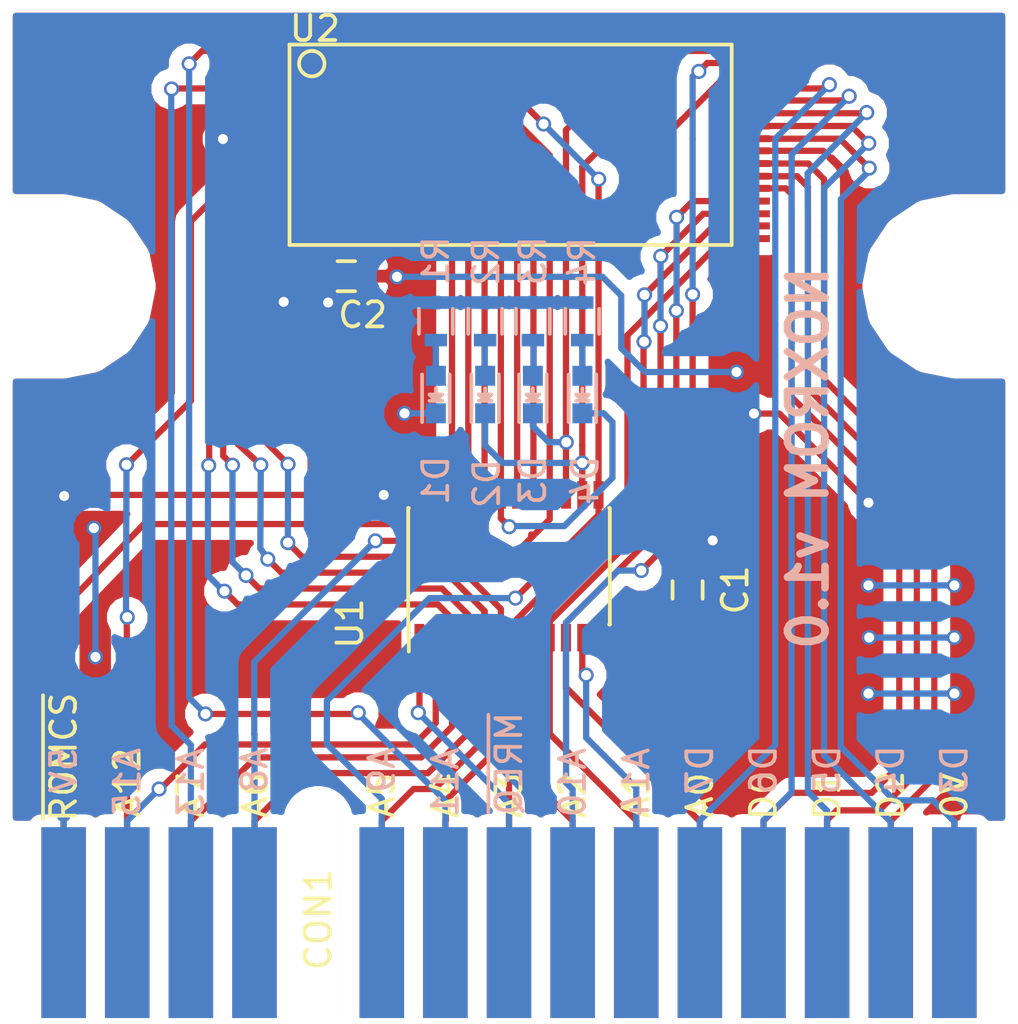
<source format=kicad_pcb>
(kicad_pcb (version 4) (host pcbnew 4.0.0-rc1-stable)

  (general
    (links 64)
    (no_connects 0)
    (area 126.799872 57.149499 167.840128 98.24)
    (thickness 1.6)
    (drawings 20)
    (tracks 517)
    (zones 0)
    (modules 13)
    (nets 41)
  )

  (page A4)
  (layers
    (0 F.Cu signal)
    (31 B.Cu signal)
    (32 B.Adhes user hide)
    (33 F.Adhes user hide)
    (34 B.Paste user hide)
    (35 F.Paste user hide)
    (36 B.SilkS user)
    (37 F.SilkS user)
    (38 B.Mask user)
    (39 F.Mask user)
    (40 Dwgs.User user hide)
    (41 Cmts.User user hide)
    (42 Eco1.User user hide)
    (43 Eco2.User user hide)
    (44 Edge.Cuts user)
    (45 Margin user hide)
    (46 B.CrtYd user hide)
    (47 F.CrtYd user hide)
    (48 B.Fab user hide)
    (49 F.Fab user hide)
  )

  (setup
    (last_trace_width 0.25)
    (trace_clearance 0.2)
    (zone_clearance 0.508)
    (zone_45_only no)
    (trace_min 0.2)
    (segment_width 0.2)
    (edge_width 0.001)
    (via_size 0.6)
    (via_drill 0.4)
    (via_min_size 0.4)
    (via_min_drill 0.3)
    (uvia_size 0.3)
    (uvia_drill 0.1)
    (uvias_allowed no)
    (uvia_min_size 0.2)
    (uvia_min_drill 0.1)
    (pcb_text_width 0.3)
    (pcb_text_size 1.5 1.5)
    (mod_edge_width 0.15)
    (mod_text_size 1 1)
    (mod_text_width 0.15)
    (pad_size 1.524 1.524)
    (pad_drill 0.762)
    (pad_to_mask_clearance 0.2)
    (aux_axis_origin 147.32 97.79)
    (visible_elements 7FFEFFFF)
    (pcbplotparams
      (layerselection 0x010f0_80000001)
      (usegerberextensions false)
      (excludeedgelayer true)
      (linewidth 0.100000)
      (plotframeref false)
      (viasonmask true)
      (mode 1)
      (useauxorigin false)
      (hpglpennumber 1)
      (hpglpenspeed 20)
      (hpglpendiameter 15)
      (hpglpenoverlay 2)
      (psnegative false)
      (psa4output false)
      (plotreference true)
      (plotvalue false)
      (plotinvisibletext false)
      (padsonsilk false)
      (subtractmaskfromsilk false)
      (outputformat 1)
      (mirror false)
      (drillshape 0)
      (scaleselection 1)
      (outputdirectory GERBER/))
  )

  (net 0 "")
  (net 1 /~ROMCS)
  (net 2 /A12)
  (net 3 /A7)
  (net 4 /A6)
  (net 5 /A5)
  (net 6 /A4)
  (net 7 /A3)
  (net 8 /A2)
  (net 9 /A1)
  (net 10 /A0)
  (net 11 /D0)
  (net 12 /D1)
  (net 13 /D2)
  (net 14 GND)
  (net 15 /D3)
  (net 16 /D4)
  (net 17 /D5)
  (net 18 /D6)
  (net 19 /D7)
  (net 20 /A14)
  (net 21 /A10)
  (net 22 /~MREQ)
  (net 23 /A11)
  (net 24 /A9)
  (net 25 /A8)
  (net 26 /A13)
  (net 27 /A15)
  (net 28 +5V)
  (net 29 /~WR)
  (net 30 /~OE)
  (net 31 /~CE)
  (net 32 /RA14)
  (net 33 /RA17)
  (net 34 /RA18)
  (net 35 /RA16)
  (net 36 /RA15)
  (net 37 "Net-(D1-Pad2)")
  (net 38 "Net-(D2-Pad2)")
  (net 39 "Net-(D3-Pad2)")
  (net 40 "Net-(D4-Pad2)")

  (net_class Default "This is the default net class."
    (clearance 0.2)
    (trace_width 0.25)
    (via_dia 0.6)
    (via_drill 0.4)
    (uvia_dia 0.3)
    (uvia_drill 0.1)
    (add_net +5V)
    (add_net /A0)
    (add_net /A1)
    (add_net /A10)
    (add_net /A11)
    (add_net /A12)
    (add_net /A13)
    (add_net /A14)
    (add_net /A15)
    (add_net /A2)
    (add_net /A3)
    (add_net /A4)
    (add_net /A5)
    (add_net /A6)
    (add_net /A7)
    (add_net /A8)
    (add_net /A9)
    (add_net /D0)
    (add_net /D1)
    (add_net /D2)
    (add_net /D3)
    (add_net /D4)
    (add_net /D5)
    (add_net /D6)
    (add_net /D7)
    (add_net /RA14)
    (add_net /RA15)
    (add_net /RA16)
    (add_net /RA17)
    (add_net /RA18)
    (add_net /~CE)
    (add_net /~MREQ)
    (add_net /~OE)
    (add_net /~ROMCS)
    (add_net /~WR)
    (add_net GND)
    (add_net "Net-(D1-Pad2)")
    (add_net "Net-(D2-Pad2)")
    (add_net "Net-(D3-Pad2)")
    (add_net "Net-(D4-Pad2)")
  )

  (module ZX_Spectrum:ZX_IF2_ROM_Edge_Connector (layer F.Cu) (tedit 57B879ED) (tstamp 57958F6F)
    (at 146.05 97.79)
    (path /57951CED)
    (fp_text reference CON1 (at -6.35 -3.937 90) (layer F.SilkS)
      (effects (font (size 1 1) (thickness 0.15)))
    )
    (fp_text value ROM_Connector (at 3.937 -12.446) (layer F.Fab)
      (effects (font (size 1 1) (thickness 0.15)))
    )
    (fp_line (start -19.05 0) (end -7.112 0) (layer F.SilkS) (width 0.000254))
    (fp_line (start -7.112 0) (end -7.112 -7.874) (layer F.SilkS) (width 0.000254))
    (fp_line (start -7.112 -7.874) (end -5.588 -7.874) (layer F.SilkS) (width 0.000254))
    (fp_line (start -5.588 -7.874) (end -5.588 0) (layer F.SilkS) (width 0.000254))
    (fp_line (start -5.588 0) (end 21.59 0) (layer F.SilkS) (width 0.000254))
    (fp_line (start 21.59 0) (end 21.59 -10.16) (layer F.SilkS) (width 0.000254))
    (fp_line (start -19.05 0) (end -19.05 -10.16) (layer F.SilkS) (width 0.000254))
    (fp_text user 5V (at -16.51 -9.906 90) (layer B.SilkS)
      (effects (font (size 1 1) (thickness 0.15)) (justify mirror))
    )
    (fp_text user A15 (at -13.97 -9.398 90) (layer B.SilkS)
      (effects (font (size 1 1) (thickness 0.15)) (justify mirror))
    )
    (fp_text user A13 (at -11.43 -9.398 90) (layer B.SilkS)
      (effects (font (size 1 1) (thickness 0.15)) (justify mirror))
    )
    (fp_text user A8 (at -8.89 -9.906 90) (layer B.SilkS)
      (effects (font (size 1 1) (thickness 0.15)) (justify mirror))
    )
    (fp_text user A9 (at -3.81 -9.906 90) (layer B.SilkS)
      (effects (font (size 1 1) (thickness 0.15)) (justify mirror))
    )
    (fp_text user A11 (at -1.27 -9.398 90) (layer B.SilkS)
      (effects (font (size 1 1) (thickness 0.15)) (justify mirror))
    )
    (fp_text user ~MREQ (at 1.27 -10.16 90) (layer B.SilkS)
      (effects (font (size 1 1) (thickness 0.15)) (justify mirror))
    )
    (fp_text user A10 (at 3.81 -9.398 90) (layer B.SilkS)
      (effects (font (size 1 1) (thickness 0.15)) (justify mirror))
    )
    (fp_text user A14 (at 6.35 -9.398 90) (layer B.SilkS)
      (effects (font (size 1 1) (thickness 0.15)) (justify mirror))
    )
    (fp_text user D7 (at 8.89 -9.906 90) (layer B.SilkS)
      (effects (font (size 1 1) (thickness 0.15)) (justify mirror))
    )
    (fp_text user D6 (at 11.43 -9.906 90) (layer B.SilkS)
      (effects (font (size 1 1) (thickness 0.15)) (justify mirror))
    )
    (fp_text user D5 (at 13.97 -9.906 90) (layer B.SilkS)
      (effects (font (size 1 1) (thickness 0.15)) (justify mirror))
    )
    (fp_text user D4 (at 16.51 -9.906 90) (layer B.SilkS)
      (effects (font (size 1 1) (thickness 0.15)) (justify mirror))
    )
    (fp_text user D3 (at 19.05 -9.906 90) (layer B.SilkS)
      (effects (font (size 1 1) (thickness 0.15)) (justify mirror))
    )
    (fp_text user 0V (at 19.05 -8.89 90) (layer F.SilkS)
      (effects (font (size 1 1) (thickness 0.15)))
    )
    (fp_text user D2 (at 16.51 -8.89 90) (layer F.SilkS)
      (effects (font (size 1 1) (thickness 0.15)))
    )
    (fp_text user D1 (at 13.97 -8.89 90) (layer F.SilkS)
      (effects (font (size 1 1) (thickness 0.15)))
    )
    (fp_text user D0 (at 11.43 -8.89 90) (layer F.SilkS)
      (effects (font (size 1 1) (thickness 0.15)))
    )
    (fp_text user A0 (at 8.89 -8.89 90) (layer F.SilkS)
      (effects (font (size 1 1) (thickness 0.15)))
    )
    (fp_text user A1 (at 6.35 -8.89 90) (layer F.SilkS)
      (effects (font (size 1 1) (thickness 0.15)))
    )
    (fp_text user A2 (at 3.81 -8.89 90) (layer F.SilkS)
      (effects (font (size 1 1) (thickness 0.15)))
    )
    (fp_text user A3 (at 1.27 -8.89 90) (layer F.SilkS)
      (effects (font (size 1 1) (thickness 0.15)))
    )
    (fp_text user A4 (at -1.27 -8.89 90) (layer F.SilkS)
      (effects (font (size 1 1) (thickness 0.15)))
    )
    (fp_text user A5 (at -3.81 -8.89 90) (layer F.SilkS)
      (effects (font (size 1 1) (thickness 0.15)))
    )
    (fp_text user A6 (at -8.89 -8.89 90) (layer F.SilkS)
      (effects (font (size 1 1) (thickness 0.15)))
    )
    (fp_text user A7 (at -11.43 -8.89 90) (layer F.SilkS)
      (effects (font (size 1 1) (thickness 0.15)))
    )
    (fp_text user A12 (at -13.97 -9.398 90) (layer F.SilkS)
      (effects (font (size 1 1) (thickness 0.15)))
    )
    (fp_text user ~ROMCS (at -16.51 -10.414 90) (layer F.SilkS)
      (effects (font (size 1 1) (thickness 0.15)))
    )
    (pad 1 connect rect (at -16.51 -3.81) (size 1.778 7.62) (layers F.Cu F.Mask)
      (net 1 /~ROMCS))
    (pad 2 connect rect (at -13.97 -3.81) (size 1.778 7.62) (layers F.Cu F.Mask)
      (net 2 /A12))
    (pad 3 connect rect (at -11.43 -3.81) (size 1.778 7.62) (layers F.Cu F.Mask)
      (net 3 /A7))
    (pad 4 connect rect (at -8.89 -3.81) (size 1.778 7.62) (layers F.Cu F.Mask)
      (net 4 /A6))
    (pad 6 connect rect (at -3.81 -3.81) (size 1.778 7.62) (layers F.Cu F.Mask)
      (net 5 /A5))
    (pad 7 connect rect (at -1.27 -3.81) (size 1.778 7.62) (layers F.Cu F.Mask)
      (net 6 /A4))
    (pad 8 connect rect (at 1.27 -3.81) (size 1.778 7.62) (layers F.Cu F.Mask)
      (net 7 /A3))
    (pad 9 connect rect (at 3.81 -3.81) (size 1.778 7.62) (layers F.Cu F.Mask)
      (net 8 /A2))
    (pad 10 connect rect (at 6.35 -3.81) (size 1.778 7.62) (layers F.Cu F.Mask)
      (net 9 /A1))
    (pad 11 connect rect (at 8.89 -3.81) (size 1.778 7.62) (layers F.Cu F.Mask)
      (net 10 /A0))
    (pad 12 connect rect (at 11.43 -3.81) (size 1.778 7.62) (layers F.Cu F.Mask)
      (net 11 /D0))
    (pad 13 connect rect (at 13.97 -3.81) (size 1.778 7.62) (layers F.Cu F.Mask)
      (net 12 /D1))
    (pad 14 connect rect (at 16.51 -3.81) (size 1.778 7.62) (layers F.Cu F.Mask)
      (net 13 /D2))
    (pad 15 connect rect (at 19.05 -3.81) (size 1.778 7.62) (layers F.Cu F.Mask)
      (net 14 GND))
    (pad 16 connect rect (at 19.05 -3.81) (size 1.778 7.62) (layers B.Cu B.Mask)
      (net 15 /D3))
    (pad 17 connect rect (at 16.51 -3.81) (size 1.778 7.62) (layers B.Cu B.Mask)
      (net 16 /D4))
    (pad 18 connect rect (at 13.97 -3.81) (size 1.778 7.62) (layers B.Cu B.Mask)
      (net 17 /D5))
    (pad 19 connect rect (at 11.43 -3.81) (size 1.778 7.62) (layers B.Cu B.Mask)
      (net 18 /D6))
    (pad 20 connect rect (at 8.89 -3.81) (size 1.778 7.62) (layers B.Cu B.Mask)
      (net 19 /D7))
    (pad 21 connect rect (at 6.35 -3.81) (size 1.778 7.62) (layers B.Cu B.Mask)
      (net 20 /A14))
    (pad 22 connect rect (at 3.81 -3.81) (size 1.778 7.62) (layers B.Cu B.Mask)
      (net 21 /A10))
    (pad 23 connect rect (at 1.27 -3.81) (size 1.778 7.62) (layers B.Cu B.Mask)
      (net 22 /~MREQ))
    (pad 24 connect rect (at -1.27 -3.81) (size 1.778 7.62) (layers B.Cu B.Mask)
      (net 23 /A11))
    (pad 25 connect rect (at -3.81 -3.81) (size 1.778 7.62) (layers B.Cu B.Mask)
      (net 24 /A9))
    (pad 27 connect rect (at -8.89 -3.81) (size 1.778 7.62) (layers B.Cu B.Mask)
      (net 25 /A8))
    (pad 28 connect rect (at -11.43 -3.81) (size 1.778 7.62) (layers B.Cu B.Mask)
      (net 26 /A13))
    (pad 29 connect rect (at -13.97 -3.81) (size 1.778 7.62) (layers B.Cu B.Mask)
      (net 27 /A15))
    (pad 30 connect rect (at -16.51 -3.81) (size 1.778 7.62) (layers B.Cu B.Mask)
      (net 28 +5V))
  )

  (module Capacitors_SMD:C_0603 (layer F.Cu) (tedit 5415D631) (tstamp 57958F20)
    (at 154.45 80.7 270)
    (descr "Capacitor SMD 0603, reflow soldering, AVX (see smccp.pdf)")
    (tags "capacitor 0603")
    (path /57955AE8)
    (attr smd)
    (fp_text reference C1 (at 0 -1.9 270) (layer F.SilkS)
      (effects (font (size 1 1) (thickness 0.15)))
    )
    (fp_text value 100nF (at 0 1.9 270) (layer F.Fab)
      (effects (font (size 1 1) (thickness 0.15)))
    )
    (fp_line (start -1.45 -0.75) (end 1.45 -0.75) (layer F.CrtYd) (width 0.05))
    (fp_line (start -1.45 0.75) (end 1.45 0.75) (layer F.CrtYd) (width 0.05))
    (fp_line (start -1.45 -0.75) (end -1.45 0.75) (layer F.CrtYd) (width 0.05))
    (fp_line (start 1.45 -0.75) (end 1.45 0.75) (layer F.CrtYd) (width 0.05))
    (fp_line (start -0.35 -0.6) (end 0.35 -0.6) (layer F.SilkS) (width 0.15))
    (fp_line (start 0.35 0.6) (end -0.35 0.6) (layer F.SilkS) (width 0.15))
    (pad 1 smd rect (at -0.75 0 270) (size 0.8 0.75) (layers F.Cu F.Paste F.Mask)
      (net 28 +5V))
    (pad 2 smd rect (at 0.75 0 270) (size 0.8 0.75) (layers F.Cu F.Paste F.Mask)
      (net 14 GND))
    (model Capacitors_SMD.3dshapes/C_0603.wrl
      (at (xyz 0 0 0))
      (scale (xyz 1 1 1))
      (rotate (xyz 0 0 0))
    )
  )

  (module Capacitors_SMD:C_0603 (layer F.Cu) (tedit 57B87807) (tstamp 57958F2C)
    (at 140.825 68.175)
    (descr "Capacitor SMD 0603, reflow soldering, AVX (see smccp.pdf)")
    (tags "capacitor 0603")
    (path /57955B19)
    (attr smd)
    (fp_text reference C2 (at 0.653 1.548) (layer F.SilkS)
      (effects (font (size 1 1) (thickness 0.15)))
    )
    (fp_text value 100nF (at 0 1.651) (layer F.Fab)
      (effects (font (size 1 1) (thickness 0.15)))
    )
    (fp_line (start -1.45 -0.75) (end 1.45 -0.75) (layer F.CrtYd) (width 0.05))
    (fp_line (start -1.45 0.75) (end 1.45 0.75) (layer F.CrtYd) (width 0.05))
    (fp_line (start -1.45 -0.75) (end -1.45 0.75) (layer F.CrtYd) (width 0.05))
    (fp_line (start 1.45 -0.75) (end 1.45 0.75) (layer F.CrtYd) (width 0.05))
    (fp_line (start -0.35 -0.6) (end 0.35 -0.6) (layer F.SilkS) (width 0.15))
    (fp_line (start 0.35 0.6) (end -0.35 0.6) (layer F.SilkS) (width 0.15))
    (pad 1 smd rect (at -0.75 0) (size 0.8 0.75) (layers F.Cu F.Paste F.Mask)
      (net 28 +5V))
    (pad 2 smd rect (at 0.75 0) (size 0.8 0.75) (layers F.Cu F.Paste F.Mask)
      (net 14 GND))
    (model Capacitors_SMD.3dshapes/C_0603.wrl
      (at (xyz 0 0 0))
      (scale (xyz 1 1 1))
      (rotate (xyz 0 0 0))
    )
  )

  (module Housings_SSOP:TSSOP-24_4.4x7.8mm_Pitch0.65mm (layer F.Cu) (tedit 57B877C5) (tstamp 57958F96)
    (at 147.32 79.756 90)
    (descr "TSSOP24: plastic thin shrink small outline package; 24 leads; body width 4.4 mm; (see NXP SSOP-TSSOP-VSO-REFLOW.pdf and sot355-1_po.pdf)")
    (tags "SSOP 0.65")
    (path /57951C1D)
    (attr smd)
    (fp_text reference U1 (at -2.286 -6.35 90) (layer F.SilkS)
      (effects (font (size 1 1) (thickness 0.15)))
    )
    (fp_text value ATF22V10C (at 0 4.95 90) (layer F.Fab)
      (effects (font (size 1 1) (thickness 0.15)))
    )
    (fp_line (start -3.65 -4.2) (end -3.65 4.2) (layer F.CrtYd) (width 0.05))
    (fp_line (start 3.65 -4.2) (end 3.65 4.2) (layer F.CrtYd) (width 0.05))
    (fp_line (start -3.65 -4.2) (end 3.65 -4.2) (layer F.CrtYd) (width 0.05))
    (fp_line (start -3.65 4.2) (end 3.65 4.2) (layer F.CrtYd) (width 0.05))
    (fp_line (start -2.325 -4.025) (end -2.325 -4) (layer F.SilkS) (width 0.15))
    (fp_line (start 2.325 -4.025) (end 2.325 -4) (layer F.SilkS) (width 0.15))
    (fp_line (start 2.325 4.025) (end 2.325 4) (layer F.SilkS) (width 0.15))
    (fp_line (start -2.325 4.025) (end -2.325 4) (layer F.SilkS) (width 0.15))
    (fp_line (start -2.325 -4.025) (end 2.325 -4.025) (layer F.SilkS) (width 0.15))
    (fp_line (start -2.325 4.025) (end 2.325 4.025) (layer F.SilkS) (width 0.15))
    (fp_line (start -2.325 -4) (end -3.4 -4) (layer F.SilkS) (width 0.15))
    (pad 1 smd rect (at -2.85 -3.575 90) (size 1.1 0.4) (layers F.Cu F.Paste F.Mask)
      (net 22 /~MREQ))
    (pad 2 smd rect (at -2.85 -2.925 90) (size 1.1 0.4) (layers F.Cu F.Paste F.Mask)
      (net 27 /A15))
    (pad 3 smd rect (at -2.85 -2.275 90) (size 1.1 0.4) (layers F.Cu F.Paste F.Mask)
      (net 3 /A7))
    (pad 4 smd rect (at -2.85 -1.625 90) (size 1.1 0.4) (layers F.Cu F.Paste F.Mask)
      (net 4 /A6))
    (pad 5 smd rect (at -2.85 -0.975 90) (size 1.1 0.4) (layers F.Cu F.Paste F.Mask)
      (net 5 /A5))
    (pad 6 smd rect (at -2.85 -0.325 90) (size 1.1 0.4) (layers F.Cu F.Paste F.Mask)
      (net 6 /A4))
    (pad 7 smd rect (at -2.85 0.325 90) (size 1.1 0.4) (layers F.Cu F.Paste F.Mask)
      (net 7 /A3))
    (pad 8 smd rect (at -2.85 0.975 90) (size 1.1 0.4) (layers F.Cu F.Paste F.Mask)
      (net 8 /A2))
    (pad 9 smd rect (at -2.85 1.625 90) (size 1.1 0.4) (layers F.Cu F.Paste F.Mask)
      (net 9 /A1))
    (pad 10 smd rect (at -2.85 2.275 90) (size 1.1 0.4) (layers F.Cu F.Paste F.Mask)
      (net 10 /A0))
    (pad 11 smd rect (at -2.85 2.925 90) (size 1.1 0.4) (layers F.Cu F.Paste F.Mask)
      (net 20 /A14))
    (pad 12 smd rect (at -2.85 3.575 90) (size 1.1 0.4) (layers F.Cu F.Paste F.Mask)
      (net 14 GND))
    (pad 13 smd rect (at 2.85 3.575 90) (size 1.1 0.4) (layers F.Cu F.Paste F.Mask)
      (net 24 /A9))
    (pad 14 smd rect (at 2.85 2.925 90) (size 1.1 0.4) (layers F.Cu F.Paste F.Mask)
      (net 31 /~CE))
    (pad 15 smd rect (at 2.85 2.275 90) (size 1.1 0.4) (layers F.Cu F.Paste F.Mask)
      (net 30 /~OE))
    (pad 16 smd rect (at 2.85 1.625 90) (size 1.1 0.4) (layers F.Cu F.Paste F.Mask)
      (net 25 /A8))
    (pad 17 smd rect (at 2.85 0.975 90) (size 1.1 0.4) (layers F.Cu F.Paste F.Mask)
      (net 32 /RA14))
    (pad 18 smd rect (at 2.85 0.325 90) (size 1.1 0.4) (layers F.Cu F.Paste F.Mask)
      (net 33 /RA17))
    (pad 19 smd rect (at 2.85 -0.325 90) (size 1.1 0.4) (layers F.Cu F.Paste F.Mask)
      (net 29 /~WR))
    (pad 20 smd rect (at 2.85 -0.975 90) (size 1.1 0.4) (layers F.Cu F.Paste F.Mask)
      (net 34 /RA18))
    (pad 21 smd rect (at 2.85 -1.625 90) (size 1.1 0.4) (layers F.Cu F.Paste F.Mask)
      (net 35 /RA16))
    (pad 22 smd rect (at 2.85 -2.275 90) (size 1.1 0.4) (layers F.Cu F.Paste F.Mask)
      (net 36 /RA15))
    (pad 23 smd rect (at 2.85 -2.925 90) (size 1.1 0.4) (layers F.Cu F.Paste F.Mask)
      (net 1 /~ROMCS))
    (pad 24 smd rect (at 2.85 -3.575 90) (size 1.1 0.4) (layers F.Cu F.Paste F.Mask)
      (net 28 +5V))
    (model Housings_SSOP.3dshapes/TSSOP-24_4.4x7.8mm_Pitch0.65mm.wrl
      (at (xyz 0 0 0))
      (scale (xyz 1 1 1))
      (rotate (xyz 0 0 0))
    )
  )

  (module SMD_Packages:TSOP32SP (layer F.Cu) (tedit 57B877B3) (tstamp 57959263)
    (at 147.32 62.992 270)
    (descr "Module CMS TSOP 32 pins")
    (tags "CMS TSOP")
    (path /579AC282)
    (attr smd)
    (fp_text reference U2 (at -4.699 7.747 540) (layer F.SilkS)
      (effects (font (size 1 1) (thickness 0.15)))
    )
    (fp_text value SST39SF040-TSOP (at 1.27 -0.508 540) (layer F.Fab)
      (effects (font (size 1 1) (thickness 0.15)))
    )
    (fp_circle (center -3.302 7.874) (end -3.302 8.382) (layer F.SilkS) (width 0.15))
    (fp_line (start -4.064 -8.89) (end 3.937 -8.89) (layer F.SilkS) (width 0.15))
    (fp_line (start 3.937 -8.89) (end 3.937 8.763) (layer F.SilkS) (width 0.15))
    (fp_line (start 3.937 8.763) (end -4.064 8.763) (layer F.SilkS) (width 0.15))
    (fp_line (start -4.064 8.763) (end -4.064 -8.89) (layer F.SilkS) (width 0.15))
    (pad 1 smd rect (at -3.81 9.652 270) (size 0.2794 1.27) (layers F.Cu F.Paste F.Mask)
      (net 23 /A11))
    (pad 2 smd rect (at -3.302 9.652 270) (size 0.2794 1.27) (layers F.Cu F.Paste F.Mask)
      (net 24 /A9))
    (pad 3 smd rect (at -2.8194 9.652 270) (size 0.2794 1.27) (layers F.Cu F.Paste F.Mask)
      (net 25 /A8))
    (pad 4 smd rect (at -2.3114 9.652 270) (size 0.2794 1.27) (layers F.Cu F.Paste F.Mask)
      (net 26 /A13))
    (pad 5 smd rect (at -1.8034 9.652 270) (size 0.2794 1.27) (layers F.Cu F.Paste F.Mask)
      (net 32 /RA14))
    (pad 6 smd rect (at -1.3208 9.652 270) (size 0.2794 1.27) (layers F.Cu F.Paste F.Mask)
      (net 33 /RA17))
    (pad 7 smd rect (at -0.8128 9.652 270) (size 0.2794 1.27) (layers F.Cu F.Paste F.Mask)
      (net 29 /~WR))
    (pad 8 smd rect (at -0.3048 9.652 270) (size 0.2794 1.27) (layers F.Cu F.Paste F.Mask)
      (net 28 +5V))
    (pad 9 smd rect (at 0.1778 9.652 270) (size 0.2794 1.27) (layers F.Cu F.Paste F.Mask)
      (net 34 /RA18))
    (pad 10 smd rect (at 0.6858 9.652 270) (size 0.2794 1.27) (layers F.Cu F.Paste F.Mask)
      (net 35 /RA16))
    (pad 11 smd rect (at 1.1938 9.652 270) (size 0.2794 1.27) (layers F.Cu F.Paste F.Mask)
      (net 36 /RA15))
    (pad 12 smd rect (at 1.7018 9.652 270) (size 0.2794 1.27) (layers F.Cu F.Paste F.Mask)
      (net 2 /A12))
    (pad 13 smd rect (at 2.1844 9.652 270) (size 0.2794 1.27) (layers F.Cu F.Paste F.Mask)
      (net 3 /A7))
    (pad 14 smd rect (at 2.6924 9.652 270) (size 0.2794 1.27) (layers F.Cu F.Paste F.Mask)
      (net 4 /A6))
    (pad 15 smd rect (at 3.2004 9.652 270) (size 0.2794 1.27) (layers F.Cu F.Paste F.Mask)
      (net 5 /A5))
    (pad 16 smd rect (at 3.683 9.652 270) (size 0.2794 1.27) (layers F.Cu F.Paste F.Mask)
      (net 6 /A4))
    (pad 17 smd rect (at 3.683 -9.779 270) (size 0.2794 1.27) (layers F.Cu F.Paste F.Mask)
      (net 7 /A3))
    (pad 18 smd rect (at 3.175 -9.779 270) (size 0.2794 1.27) (layers F.Cu F.Paste F.Mask)
      (net 8 /A2))
    (pad 19 smd rect (at 2.6924 -9.779 270) (size 0.2794 1.27) (layers F.Cu F.Paste F.Mask)
      (net 9 /A1))
    (pad 20 smd rect (at 2.1844 -9.779 270) (size 0.2794 1.27) (layers F.Cu F.Paste F.Mask)
      (net 10 /A0))
    (pad 21 smd rect (at 1.6764 -9.779 270) (size 0.2794 1.27) (layers F.Cu F.Paste F.Mask)
      (net 11 /D0))
    (pad 22 smd rect (at 1.1938 -9.779 270) (size 0.2794 1.27) (layers F.Cu F.Paste F.Mask)
      (net 12 /D1))
    (pad 23 smd rect (at 0.6858 -9.779 270) (size 0.2794 1.27) (layers F.Cu F.Paste F.Mask)
      (net 13 /D2))
    (pad 24 smd rect (at 0.1778 -9.779 270) (size 0.2794 1.27) (layers F.Cu F.Paste F.Mask)
      (net 14 GND))
    (pad 25 smd rect (at -0.3048 -9.779 270) (size 0.2794 1.27) (layers F.Cu F.Paste F.Mask)
      (net 15 /D3))
    (pad 26 smd rect (at -0.8128 -9.779 270) (size 0.2794 1.27) (layers F.Cu F.Paste F.Mask)
      (net 16 /D4))
    (pad 27 smd rect (at -1.3208 -9.779 270) (size 0.2794 1.27) (layers F.Cu F.Paste F.Mask)
      (net 17 /D5))
    (pad 28 smd rect (at -1.8288 -9.779 270) (size 0.2794 1.27) (layers F.Cu F.Paste F.Mask)
      (net 18 /D6))
    (pad 29 smd rect (at -2.3114 -9.779 270) (size 0.2794 1.27) (layers F.Cu F.Paste F.Mask)
      (net 19 /D7))
    (pad 30 smd rect (at -2.8194 -9.779 270) (size 0.2794 1.27) (layers F.Cu F.Paste F.Mask)
      (net 31 /~CE))
    (pad 31 smd rect (at -3.3274 -9.779 270) (size 0.2794 1.27) (layers F.Cu F.Paste F.Mask)
      (net 21 /A10))
    (pad 32 smd rect (at -3.81 -9.779 270) (size 0.2794 1.27) (layers F.Cu F.Paste F.Mask)
      (net 30 /~OE))
  )

  (module LEDs:LED_0603 (layer B.Cu) (tedit 57B884B5) (tstamp 579BB212)
    (at 144.4 72.9 90)
    (descr "LED 0603 smd package")
    (tags "LED led 0603 SMD smd SMT smt smdled SMDLED smtled SMTLED")
    (path /579BAE2B)
    (attr smd)
    (fp_text reference D1 (at -3.427 -0.001 90) (layer B.SilkS)
      (effects (font (size 1 1) (thickness 0.15)) (justify mirror))
    )
    (fp_text value "Red LED" (at 0 -1.5 90) (layer B.Fab)
      (effects (font (size 1 1) (thickness 0.15)) (justify mirror))
    )
    (fp_line (start -1.1 -0.55) (end 0.8 -0.55) (layer B.SilkS) (width 0.15))
    (fp_line (start -1.1 0.55) (end 0.8 0.55) (layer B.SilkS) (width 0.15))
    (fp_line (start -0.2 0) (end 0.25 0) (layer B.SilkS) (width 0.15))
    (fp_line (start -0.25 0.25) (end -0.25 -0.25) (layer B.SilkS) (width 0.15))
    (fp_line (start -0.25 0) (end 0 0.25) (layer B.SilkS) (width 0.15))
    (fp_line (start 0 0.25) (end 0 -0.25) (layer B.SilkS) (width 0.15))
    (fp_line (start 0 -0.25) (end -0.25 0) (layer B.SilkS) (width 0.15))
    (fp_line (start 1.4 0.75) (end 1.4 -0.75) (layer B.CrtYd) (width 0.05))
    (fp_line (start 1.4 -0.75) (end -1.4 -0.75) (layer B.CrtYd) (width 0.05))
    (fp_line (start -1.4 -0.75) (end -1.4 0.75) (layer B.CrtYd) (width 0.05))
    (fp_line (start -1.4 0.75) (end 1.4 0.75) (layer B.CrtYd) (width 0.05))
    (pad 2 smd rect (at 0.7493 0 270) (size 0.79756 0.79756) (layers B.Cu B.Paste B.Mask)
      (net 37 "Net-(D1-Pad2)"))
    (pad 1 smd rect (at -0.7493 0 270) (size 0.79756 0.79756) (layers B.Cu B.Paste B.Mask)
      (net 14 GND))
    (model LEDs.3dshapes/LED_0603.wrl
      (at (xyz 0 0 0))
      (scale (xyz 1 1 1))
      (rotate (xyz 0 0 180))
    )
  )

  (module LEDs:LED_0603 (layer B.Cu) (tedit 57B884DC) (tstamp 579BB223)
    (at 146.3675 72.898 90)
    (descr "LED 0603 smd package")
    (tags "LED led 0603 SMD smd SMT smt smdled SMDLED smtled SMTLED")
    (path /579BAC9D)
    (attr smd)
    (fp_text reference D2 (at -3.556 0.0635 90) (layer B.SilkS)
      (effects (font (size 1 1) (thickness 0.15)) (justify mirror))
    )
    (fp_text value "Yellow LED" (at 0 -1.5 90) (layer B.Fab)
      (effects (font (size 1 1) (thickness 0.15)) (justify mirror))
    )
    (fp_line (start -1.1 -0.55) (end 0.8 -0.55) (layer B.SilkS) (width 0.15))
    (fp_line (start -1.1 0.55) (end 0.8 0.55) (layer B.SilkS) (width 0.15))
    (fp_line (start -0.2 0) (end 0.25 0) (layer B.SilkS) (width 0.15))
    (fp_line (start -0.25 0.25) (end -0.25 -0.25) (layer B.SilkS) (width 0.15))
    (fp_line (start -0.25 0) (end 0 0.25) (layer B.SilkS) (width 0.15))
    (fp_line (start 0 0.25) (end 0 -0.25) (layer B.SilkS) (width 0.15))
    (fp_line (start 0 -0.25) (end -0.25 0) (layer B.SilkS) (width 0.15))
    (fp_line (start 1.4 0.75) (end 1.4 -0.75) (layer B.CrtYd) (width 0.05))
    (fp_line (start 1.4 -0.75) (end -1.4 -0.75) (layer B.CrtYd) (width 0.05))
    (fp_line (start -1.4 -0.75) (end -1.4 0.75) (layer B.CrtYd) (width 0.05))
    (fp_line (start -1.4 0.75) (end 1.4 0.75) (layer B.CrtYd) (width 0.05))
    (pad 2 smd rect (at 0.7493 0 270) (size 0.79756 0.79756) (layers B.Cu B.Paste B.Mask)
      (net 38 "Net-(D2-Pad2)"))
    (pad 1 smd rect (at -0.7493 0 270) (size 0.79756 0.79756) (layers B.Cu B.Paste B.Mask)
      (net 31 /~CE))
    (model LEDs.3dshapes/LED_0603.wrl
      (at (xyz 0 0 0))
      (scale (xyz 1 1 1))
      (rotate (xyz 0 0 180))
    )
  )

  (module LEDs:LED_0603 (layer B.Cu) (tedit 57B884D4) (tstamp 579BB234)
    (at 148.2725 72.898 90)
    (descr "LED 0603 smd package")
    (tags "LED led 0603 SMD smd SMT smt smdled SMDLED smtled SMTLED")
    (path /579BACCE)
    (attr smd)
    (fp_text reference D3 (at -3.429 0 90) (layer B.SilkS)
      (effects (font (size 1 1) (thickness 0.15)) (justify mirror))
    )
    (fp_text value "Green LED" (at 0 -1.5 90) (layer B.Fab)
      (effects (font (size 1 1) (thickness 0.15)) (justify mirror))
    )
    (fp_line (start -1.1 -0.55) (end 0.8 -0.55) (layer B.SilkS) (width 0.15))
    (fp_line (start -1.1 0.55) (end 0.8 0.55) (layer B.SilkS) (width 0.15))
    (fp_line (start -0.2 0) (end 0.25 0) (layer B.SilkS) (width 0.15))
    (fp_line (start -0.25 0.25) (end -0.25 -0.25) (layer B.SilkS) (width 0.15))
    (fp_line (start -0.25 0) (end 0 0.25) (layer B.SilkS) (width 0.15))
    (fp_line (start 0 0.25) (end 0 -0.25) (layer B.SilkS) (width 0.15))
    (fp_line (start 0 -0.25) (end -0.25 0) (layer B.SilkS) (width 0.15))
    (fp_line (start 1.4 0.75) (end 1.4 -0.75) (layer B.CrtYd) (width 0.05))
    (fp_line (start 1.4 -0.75) (end -1.4 -0.75) (layer B.CrtYd) (width 0.05))
    (fp_line (start -1.4 -0.75) (end -1.4 0.75) (layer B.CrtYd) (width 0.05))
    (fp_line (start -1.4 0.75) (end 1.4 0.75) (layer B.CrtYd) (width 0.05))
    (pad 2 smd rect (at 0.7493 0 270) (size 0.79756 0.79756) (layers B.Cu B.Paste B.Mask)
      (net 39 "Net-(D3-Pad2)"))
    (pad 1 smd rect (at -0.7493 0 270) (size 0.79756 0.79756) (layers B.Cu B.Paste B.Mask)
      (net 30 /~OE))
    (model LEDs.3dshapes/LED_0603.wrl
      (at (xyz 0 0 0))
      (scale (xyz 1 1 1))
      (rotate (xyz 0 0 180))
    )
  )

  (module LEDs:LED_0603 (layer B.Cu) (tedit 57B884E3) (tstamp 579BB245)
    (at 150.25 72.9 90)
    (descr "LED 0603 smd package")
    (tags "LED led 0603 SMD smd SMT smt smdled SMDLED smtled SMTLED")
    (path /579BAB8A)
    (attr smd)
    (fp_text reference D4 (at -3.427 0.118 90) (layer B.SilkS)
      (effects (font (size 1 1) (thickness 0.15)) (justify mirror))
    )
    (fp_text value "Blue LED" (at 0 -1.5 90) (layer B.Fab)
      (effects (font (size 1 1) (thickness 0.15)) (justify mirror))
    )
    (fp_line (start -1.1 -0.55) (end 0.8 -0.55) (layer B.SilkS) (width 0.15))
    (fp_line (start -1.1 0.55) (end 0.8 0.55) (layer B.SilkS) (width 0.15))
    (fp_line (start -0.2 0) (end 0.25 0) (layer B.SilkS) (width 0.15))
    (fp_line (start -0.25 0.25) (end -0.25 -0.25) (layer B.SilkS) (width 0.15))
    (fp_line (start -0.25 0) (end 0 0.25) (layer B.SilkS) (width 0.15))
    (fp_line (start 0 0.25) (end 0 -0.25) (layer B.SilkS) (width 0.15))
    (fp_line (start 0 -0.25) (end -0.25 0) (layer B.SilkS) (width 0.15))
    (fp_line (start 1.4 0.75) (end 1.4 -0.75) (layer B.CrtYd) (width 0.05))
    (fp_line (start 1.4 -0.75) (end -1.4 -0.75) (layer B.CrtYd) (width 0.05))
    (fp_line (start -1.4 -0.75) (end -1.4 0.75) (layer B.CrtYd) (width 0.05))
    (fp_line (start -1.4 0.75) (end 1.4 0.75) (layer B.CrtYd) (width 0.05))
    (pad 2 smd rect (at 0.7493 0 270) (size 0.79756 0.79756) (layers B.Cu B.Paste B.Mask)
      (net 40 "Net-(D4-Pad2)"))
    (pad 1 smd rect (at -0.7493 0 270) (size 0.79756 0.79756) (layers B.Cu B.Paste B.Mask)
      (net 29 /~WR))
    (model LEDs.3dshapes/LED_0603.wrl
      (at (xyz 0 0 0))
      (scale (xyz 1 1 1))
      (rotate (xyz 0 0 180))
    )
  )

  (module Resistors_SMD:R_0603 (layer B.Cu) (tedit 57B876F5) (tstamp 579BB251)
    (at 146.3675 69.977 270)
    (descr "Resistor SMD 0603, reflow soldering, Vishay (see dcrcw.pdf)")
    (tags "resistor 0603")
    (path /579BE4DC)
    (attr smd)
    (fp_text reference R2 (at -2.386 -0.036 270) (layer B.SilkS)
      (effects (font (size 1 1) (thickness 0.15)) (justify mirror))
    )
    (fp_text value R_Small (at 0 -1.9 270) (layer B.Fab)
      (effects (font (size 1 1) (thickness 0.15)) (justify mirror))
    )
    (fp_line (start -1.3 0.8) (end 1.3 0.8) (layer B.CrtYd) (width 0.05))
    (fp_line (start -1.3 -0.8) (end 1.3 -0.8) (layer B.CrtYd) (width 0.05))
    (fp_line (start -1.3 0.8) (end -1.3 -0.8) (layer B.CrtYd) (width 0.05))
    (fp_line (start 1.3 0.8) (end 1.3 -0.8) (layer B.CrtYd) (width 0.05))
    (fp_line (start 0.5 -0.675) (end -0.5 -0.675) (layer B.SilkS) (width 0.15))
    (fp_line (start -0.5 0.675) (end 0.5 0.675) (layer B.SilkS) (width 0.15))
    (pad 1 smd rect (at -0.75 0 270) (size 0.5 0.9) (layers B.Cu B.Paste B.Mask)
      (net 28 +5V))
    (pad 2 smd rect (at 0.75 0 270) (size 0.5 0.9) (layers B.Cu B.Paste B.Mask)
      (net 38 "Net-(D2-Pad2)"))
    (model Resistors_SMD.3dshapes/R_0603.wrl
      (at (xyz 0 0 0))
      (scale (xyz 1 1 1))
      (rotate (xyz 0 0 0))
    )
  )

  (module Resistors_SMD:R_0603 (layer B.Cu) (tedit 57B876DC) (tstamp 579BB25D)
    (at 150.241 69.977 270)
    (descr "Resistor SMD 0603, reflow soldering, Vishay (see dcrcw.pdf)")
    (tags "resistor 0603")
    (path /579BE49C)
    (attr smd)
    (fp_text reference R4 (at -2.386 0.001 270) (layer B.SilkS)
      (effects (font (size 1 1) (thickness 0.15)) (justify mirror))
    )
    (fp_text value R_Small (at 0 -1.9 270) (layer B.Fab)
      (effects (font (size 1 1) (thickness 0.15)) (justify mirror))
    )
    (fp_line (start -1.3 0.8) (end 1.3 0.8) (layer B.CrtYd) (width 0.05))
    (fp_line (start -1.3 -0.8) (end 1.3 -0.8) (layer B.CrtYd) (width 0.05))
    (fp_line (start -1.3 0.8) (end -1.3 -0.8) (layer B.CrtYd) (width 0.05))
    (fp_line (start 1.3 0.8) (end 1.3 -0.8) (layer B.CrtYd) (width 0.05))
    (fp_line (start 0.5 -0.675) (end -0.5 -0.675) (layer B.SilkS) (width 0.15))
    (fp_line (start -0.5 0.675) (end 0.5 0.675) (layer B.SilkS) (width 0.15))
    (pad 1 smd rect (at -0.75 0 270) (size 0.5 0.9) (layers B.Cu B.Paste B.Mask)
      (net 28 +5V))
    (pad 2 smd rect (at 0.75 0 270) (size 0.5 0.9) (layers B.Cu B.Paste B.Mask)
      (net 40 "Net-(D4-Pad2)"))
    (model Resistors_SMD.3dshapes/R_0603.wrl
      (at (xyz 0 0 0))
      (scale (xyz 1 1 1))
      (rotate (xyz 0 0 0))
    )
  )

  (module Resistors_SMD:R_0603 (layer B.Cu) (tedit 57B876FC) (tstamp 579BE373)
    (at 144.399 69.977 270)
    (descr "Resistor SMD 0603, reflow soldering, Vishay (see dcrcw.pdf)")
    (tags "resistor 0603")
    (path /579BADF1)
    (attr smd)
    (fp_text reference R1 (at -2.413 0 270) (layer B.SilkS)
      (effects (font (size 1 1) (thickness 0.15)) (justify mirror))
    )
    (fp_text value R_Small (at 0 -1.9 270) (layer B.Fab)
      (effects (font (size 1 1) (thickness 0.15)) (justify mirror))
    )
    (fp_line (start -1.3 0.8) (end 1.3 0.8) (layer B.CrtYd) (width 0.05))
    (fp_line (start -1.3 -0.8) (end 1.3 -0.8) (layer B.CrtYd) (width 0.05))
    (fp_line (start -1.3 0.8) (end -1.3 -0.8) (layer B.CrtYd) (width 0.05))
    (fp_line (start 1.3 0.8) (end 1.3 -0.8) (layer B.CrtYd) (width 0.05))
    (fp_line (start 0.5 -0.675) (end -0.5 -0.675) (layer B.SilkS) (width 0.15))
    (fp_line (start -0.5 0.675) (end 0.5 0.675) (layer B.SilkS) (width 0.15))
    (pad 1 smd rect (at -0.75 0 270) (size 0.5 0.9) (layers B.Cu B.Paste B.Mask)
      (net 28 +5V))
    (pad 2 smd rect (at 0.75 0 270) (size 0.5 0.9) (layers B.Cu B.Paste B.Mask)
      (net 37 "Net-(D1-Pad2)"))
    (model Resistors_SMD.3dshapes/R_0603.wrl
      (at (xyz 0 0 0))
      (scale (xyz 1 1 1))
      (rotate (xyz 0 0 0))
    )
  )

  (module Resistors_SMD:R_0603 (layer B.Cu) (tedit 57B876E9) (tstamp 579BE37F)
    (at 148.2725 69.977 270)
    (descr "Resistor SMD 0603, reflow soldering, Vishay (see dcrcw.pdf)")
    (tags "resistor 0603")
    (path /579BAD6D)
    (attr smd)
    (fp_text reference R3 (at -2.413 0 270) (layer B.SilkS)
      (effects (font (size 1 1) (thickness 0.15)) (justify mirror))
    )
    (fp_text value R_Small (at 0 -1.9 270) (layer B.Fab)
      (effects (font (size 1 1) (thickness 0.15)) (justify mirror))
    )
    (fp_line (start -1.3 0.8) (end 1.3 0.8) (layer B.CrtYd) (width 0.05))
    (fp_line (start -1.3 -0.8) (end 1.3 -0.8) (layer B.CrtYd) (width 0.05))
    (fp_line (start -1.3 0.8) (end -1.3 -0.8) (layer B.CrtYd) (width 0.05))
    (fp_line (start 1.3 0.8) (end 1.3 -0.8) (layer B.CrtYd) (width 0.05))
    (fp_line (start 0.5 -0.675) (end -0.5 -0.675) (layer B.SilkS) (width 0.15))
    (fp_line (start -0.5 0.675) (end 0.5 0.675) (layer B.SilkS) (width 0.15))
    (pad 1 smd rect (at -0.75 0 270) (size 0.5 0.9) (layers B.Cu B.Paste B.Mask)
      (net 28 +5V))
    (pad 2 smd rect (at 0.75 0 270) (size 0.5 0.9) (layers B.Cu B.Paste B.Mask)
      (net 39 "Net-(D3-Pad2)"))
    (model Resistors_SMD.3dshapes/R_0603.wrl
      (at (xyz 0 0 0))
      (scale (xyz 1 1 1))
      (rotate (xyz 0 0 0))
    )
  )

  (gr_text "NOXROM v1.0" (at 159.258 75.438 90) (layer B.SilkS)
    (effects (font (size 1.5 1.5) (thickness 0.3)) (justify mirror))
  )
  (gr_line (start 127 71.755) (end 127 97.79) (angle 90) (layer Edge.Cuts) (width 0.001))
  (gr_line (start 127 65.405) (end 127 57.15) (angle 90) (layer Edge.Cuts) (width 0.001))
  (gr_line (start 127 71.755) (end 129.54 71.755) (angle 90) (layer Edge.Cuts) (width 0.001))
  (gr_line (start 127 65.405) (end 129.54 65.405) (angle 90) (layer Edge.Cuts) (width 0.001))
  (gr_arc (start 129.54 68.58) (end 129.54 65.405) (angle 90) (layer Edge.Cuts) (width 0.001))
  (gr_arc (start 129.54 68.58) (end 132.715 68.58) (angle 90) (layer Edge.Cuts) (width 0.001))
  (gr_line (start 167.64 65.405) (end 167.64 57.15) (angle 90) (layer Edge.Cuts) (width 0.001))
  (gr_line (start 165.1 65.405) (end 167.64 65.405) (angle 90) (layer Edge.Cuts) (width 0.001))
  (gr_arc (start 165.1 68.58) (end 161.925 68.58) (angle 90) (layer Edge.Cuts) (width 0.001))
  (gr_arc (start 165.1 68.58) (end 165.1 71.755) (angle 90) (layer Edge.Cuts) (width 0.001))
  (gr_line (start 167.64 71.755) (end 165.1 71.755) (angle 90) (layer Edge.Cuts) (width 0.001))
  (gr_line (start 167.64 97.79) (end 167.64 71.755) (angle 90) (layer Edge.Cuts) (width 0.001))
  (gr_line (start 140.589 97.79) (end 167.64 97.79) (angle 90) (layer Edge.Cuts) (width 0.001))
  (gr_line (start 140.589 89.916) (end 140.589 97.79) (angle 90) (layer Edge.Cuts) (width 0.001))
  (gr_arc (start 139.7 89.916) (end 139.7 89.027) (angle 90) (layer Edge.Cuts) (width 0.001))
  (gr_arc (start 139.7 89.916) (end 138.811 89.916) (angle 90) (layer Edge.Cuts) (width 0.001))
  (gr_line (start 138.811 97.79) (end 138.811 89.916) (angle 90) (layer Edge.Cuts) (width 0.001))
  (gr_line (start 127 97.79) (end 138.811 97.79) (angle 90) (layer Edge.Cuts) (width 0.001))
  (gr_line (start 167.64 57.15) (end 127 57.15) (angle 90) (layer Edge.Cuts) (width 0.001))

  (segment (start 129.54 93.98) (end 129.54 89.916) (width 0.25) (layer F.Cu) (net 1))
  (segment (start 144.395 77.84) (end 144.395 76.764) (width 0.25) (layer F.Cu) (net 1) (tstamp 579AA55F))
  (segment (start 144.175 78.07) (end 144.395 77.84) (width 0.25) (layer F.Cu) (net 1) (tstamp 579AA557))
  (segment (start 132.745 78.07) (end 144.175 78.07) (width 0.25) (layer F.Cu) (net 1) (tstamp 579AA54E))
  (segment (start 129.54 81.407) (end 132.745 78.07) (width 0.25) (layer F.Cu) (net 1) (tstamp 579AA543))
  (segment (start 129.54 89.535) (end 129.54 81.407) (width 0.25) (layer F.Cu) (net 1) (tstamp 579AA4F5))
  (segment (start 129.54 89.916) (end 129.54 89.535) (width 0.25) (layer F.Cu) (net 1) (tstamp 579AA4EF))
  (segment (start 132.05 75.7) (end 132.072 75.7) (width 0.25) (layer F.Cu) (net 2))
  (segment (start 134.62 65.98) (end 135.9062 64.6938) (width 0.25) (layer F.Cu) (net 2) (tstamp 579BF027))
  (segment (start 134.62 73.152) (end 134.62 65.98) (width 0.25) (layer F.Cu) (net 2) (tstamp 579BF020))
  (segment (start 132.072 75.7) (end 134.62 73.152) (width 0.25) (layer F.Cu) (net 2) (tstamp 579BF014))
  (segment (start 132.08 93.98) (end 132.06 81.808) (width 0.25) (layer F.Cu) (net 2))
  (segment (start 135.9062 64.6938) (end 136.8938 64.6938) (width 0.25) (layer F.Cu) (net 2) (tstamp 579B94DA))
  (segment (start 137.668 64.6938) (end 136.8938 64.6938) (width 0.25) (layer F.Cu) (net 2))
  (via (at 132.05 75.7) (size 0.6) (drill 0.4) (layers F.Cu B.Cu) (net 2))
  (segment (start 132.03 81.738) (end 132.05 75.7) (width 0.25) (layer B.Cu) (net 2) (tstamp 579B94AF))
  (segment (start 132.08 81.788) (end 132.03 81.738) (width 0.25) (layer B.Cu) (net 2) (tstamp 579B94AE))
  (via (at 132.08 81.788) (size 0.6) (drill 0.4) (layers F.Cu B.Cu) (net 2))
  (segment (start 132.06 81.808) (end 132.08 81.788) (width 0.25) (layer F.Cu) (net 2) (tstamp 579B9494))
  (segment (start 145.045 82.606) (end 145.045 81.845) (width 0.25) (layer F.Cu) (net 3))
  (segment (start 145.045 81.845) (end 144.48 81.28) (width 0.25) (layer F.Cu) (net 3) (tstamp 579BF35E))
  (segment (start 136.49 81.28) (end 135.96 80.75) (width 0.25) (layer F.Cu) (net 3) (tstamp 579BF366))
  (segment (start 144.48 81.28) (end 136.49 81.28) (width 0.25) (layer F.Cu) (net 3) (tstamp 579BF360))
  (segment (start 135.35 71.78) (end 135.35 75.71) (width 0.25) (layer F.Cu) (net 3))
  (via (at 135.96 80.75) (size 0.6) (drill 0.4) (layers F.Cu B.Cu) (net 3))
  (segment (start 135.93 80.75) (end 135.96 80.75) (width 0.25) (layer B.Cu) (net 3) (tstamp 579AFD10))
  (segment (start 135.3 80.12) (end 135.93 80.75) (width 0.25) (layer B.Cu) (net 3) (tstamp 579AFD00))
  (segment (start 135.3 75.76) (end 135.3 80.12) (width 0.25) (layer B.Cu) (net 3) (tstamp 579AFCD5))
  (segment (start 135.33 75.73) (end 135.3 75.76) (width 0.25) (layer B.Cu) (net 3) (tstamp 579AFCD4))
  (via (at 135.33 75.73) (size 0.6) (drill 0.4) (layers F.Cu B.Cu) (net 3))
  (segment (start 135.35 75.71) (end 135.33 75.73) (width 0.25) (layer F.Cu) (net 3) (tstamp 579AFCB1))
  (segment (start 135.35 71.01) (end 135.35 71.78) (width 0.25) (layer F.Cu) (net 3))
  (segment (start 136.3336 65.1764) (end 137.668 65.1764) (width 0.25) (layer F.Cu) (net 3) (tstamp 579AD579))
  (segment (start 135.35 66.16) (end 136.3336 65.1764) (width 0.25) (layer F.Cu) (net 3) (tstamp 579AD572))
  (segment (start 135.35 71.01) (end 135.35 66.16) (width 0.25) (layer F.Cu) (net 3) (tstamp 579AEA8F))
  (segment (start 134.62 93.98) (end 134.62 89.916) (width 0.25) (layer F.Cu) (net 3))
  (segment (start 134.62 89.916) (end 135.001 89.535) (width 0.25) (layer F.Cu) (net 3) (tstamp 579AA399))
  (segment (start 139.899976 87.383539) (end 143.816461 87.383539) (width 0.25) (layer F.Cu) (net 3))
  (segment (start 145.045 86.155) (end 145.045 82.606) (width 0.25) (layer F.Cu) (net 3) (tstamp 579B8B75))
  (segment (start 143.816461 87.383539) (end 145.045 86.155) (width 0.25) (layer F.Cu) (net 3) (tstamp 579B8B65))
  (segment (start 137.2025 87.3875) (end 139.899976 87.383539) (width 0.25) (layer F.Cu) (net 3) (tstamp 579AA3B9))
  (segment (start 135.0435 89.5465) (end 137.2025 87.3875) (width 0.25) (layer F.Cu) (net 3) (tstamp 579AA3AA))
  (segment (start 135.001 89.535) (end 135.0435 89.5465) (width 0.25) (layer F.Cu) (net 3) (tstamp 579AA39F))
  (segment (start 145.695 82.606) (end 145.695 81.695) (width 0.25) (layer F.Cu) (net 4))
  (segment (start 145.695 81.695) (end 144.645 80.645) (width 0.25) (layer F.Cu) (net 4) (tstamp 579BF37D))
  (segment (start 137.345 80.645) (end 136.82 80.12) (width 0.25) (layer F.Cu) (net 4) (tstamp 579BF385))
  (segment (start 144.645 80.645) (end 137.345 80.645) (width 0.25) (layer F.Cu) (net 4) (tstamp 579BF380))
  (segment (start 139.065 88.011) (end 144.089 88.011) (width 0.25) (layer F.Cu) (net 4))
  (segment (start 145.695 86.405) (end 145.695 82.606) (width 0.25) (layer F.Cu) (net 4) (tstamp 579B8B94))
  (segment (start 144.089 88.011) (end 145.695 86.405) (width 0.25) (layer F.Cu) (net 4) (tstamp 579B8B7F))
  (segment (start 136.28 75.72) (end 136.28 79.58) (width 0.25) (layer B.Cu) (net 4))
  (segment (start 135.91 71.45) (end 135.91 75.35) (width 0.25) (layer F.Cu) (net 4))
  (via (at 136.28 75.72) (size 0.6) (drill 0.4) (layers F.Cu B.Cu) (net 4))
  (segment (start 135.91 75.35) (end 136.28 75.72) (width 0.25) (layer F.Cu) (net 4) (tstamp 579AFD4D))
  (segment (start 136.6256 65.6844) (end 137.668 65.6844) (width 0.25) (layer F.Cu) (net 4) (tstamp 579AEF70))
  (segment (start 135.91 66.4) (end 136.6256 65.6844) (width 0.25) (layer F.Cu) (net 4) (tstamp 579AEF6A))
  (segment (start 135.91 71.45) (end 135.91 66.4) (width 0.25) (layer F.Cu) (net 4) (tstamp 579AFD4B))
  (segment (start 137.16 93.98) (end 137.16 89.916) (width 0.25) (layer F.Cu) (net 4))
  (segment (start 137.16 89.916) (end 139.065 88.011) (width 0.25) (layer F.Cu) (net 4) (tstamp 579AA2B7))
  (segment (start 136.28 79.58) (end 136.82 80.12) (width 0.25) (layer B.Cu) (net 4) (tstamp 579AFE5C))
  (via (at 136.82 80.12) (size 0.6) (drill 0.4) (layers F.Cu B.Cu) (net 4))
  (segment (start 146.345 82.606) (end 146.345 81.545) (width 0.25) (layer F.Cu) (net 5))
  (segment (start 146.345 81.545) (end 144.81 80.01) (width 0.25) (layer F.Cu) (net 5) (tstamp 579BF39F))
  (segment (start 138.23 80.01) (end 137.69 79.47) (width 0.25) (layer F.Cu) (net 5) (tstamp 579BF3A8))
  (segment (start 144.81 80.01) (end 138.23 80.01) (width 0.25) (layer F.Cu) (net 5) (tstamp 579BF3A0))
  (segment (start 146.345 81.545) (end 146.345 82.606) (width 0.25) (layer F.Cu) (net 5) (tstamp 579B9816))
  (segment (start 143.51 88.646) (end 144.354 88.646) (width 0.25) (layer F.Cu) (net 5))
  (segment (start 146.345 86.655) (end 146.345 82.606) (width 0.25) (layer F.Cu) (net 5) (tstamp 579B8BBC))
  (segment (start 144.354 88.646) (end 146.345 86.655) (width 0.25) (layer F.Cu) (net 5) (tstamp 579B8BB6))
  (segment (start 136.5 70.97) (end 136.5 74.88) (width 0.25) (layer F.Cu) (net 5))
  (segment (start 136.5 74.88) (end 137.41 75.71) (width 0.25) (layer F.Cu) (net 5) (tstamp 579AFD86))
  (segment (start 136.5 69.54) (end 136.5 70.97) (width 0.25) (layer F.Cu) (net 5))
  (segment (start 136.5 69.54) (end 136.5 66.57) (width 0.25) (layer F.Cu) (net 5) (tstamp 579AEB47))
  (segment (start 136.5 66.57) (end 136.8776 66.1924) (width 0.25) (layer F.Cu) (net 5) (tstamp 579AD25C))
  (segment (start 136.8776 66.1924) (end 137.668 66.1924) (width 0.25) (layer F.Cu) (net 5) (tstamp 579AD26B))
  (segment (start 142.24 89.916) (end 143.51 88.646) (width 0.25) (layer F.Cu) (net 5) (tstamp 579AA298))
  (segment (start 142.24 93.98) (end 142.24 89.916) (width 0.25) (layer F.Cu) (net 5))
  (segment (start 146.345 81.545) (end 146.345 82.606) (width 0.25) (layer F.Cu) (net 5) (tstamp 579B8C1E))
  (segment (start 137.41 75.71) (end 137.392047 79.03958) (width 0.25) (layer B.Cu) (net 5))
  (segment (start 137.392047 79.03958) (end 137.69 79.47) (width 0.25) (layer B.Cu) (net 5) (tstamp 579AFE45))
  (via (at 137.69 79.47) (size 0.6) (drill 0.4) (layers F.Cu B.Cu) (net 5))
  (via (at 137.41 75.71) (size 0.6) (drill 0.4) (layers F.Cu B.Cu) (net 5))
  (segment (start 146.995 82.606) (end 146.995 81.463) (width 0.25) (layer F.Cu) (net 6))
  (segment (start 139.055 79.375) (end 138.49 78.81) (width 0.25) (layer F.Cu) (net 6) (tstamp 579BF3DA))
  (segment (start 144.907 79.375) (end 139.055 79.375) (width 0.25) (layer F.Cu) (net 6) (tstamp 579BF3D1))
  (segment (start 146.995 81.463) (end 144.907 79.375) (width 0.25) (layer F.Cu) (net 6) (tstamp 579BF3B5))
  (segment (start 144.798 89.898) (end 144.798 89.102) (width 0.25) (layer F.Cu) (net 6))
  (segment (start 146.995 86.905) (end 146.995 82.606) (width 0.25) (layer F.Cu) (net 6) (tstamp 579B8CC5))
  (segment (start 144.798 89.102) (end 146.995 86.905) (width 0.25) (layer F.Cu) (net 6) (tstamp 579B8CB8))
  (segment (start 137.22 70.05) (end 137.22 74.4) (width 0.25) (layer F.Cu) (net 6))
  (via (at 138.49 78.81) (size 0.6) (drill 0.4) (layers F.Cu B.Cu) (net 6))
  (segment (start 138.49 78.81) (end 138.5 75.68) (width 0.25) (layer B.Cu) (net 6) (tstamp 579AEED7))
  (via (at 138.5 75.68) (size 0.6) (drill 0.4) (layers F.Cu B.Cu) (net 6))
  (segment (start 137.22 70.05) (end 137.22 67.123) (width 0.25) (layer F.Cu) (net 6) (tstamp 579AFEDD))
  (segment (start 137.22 67.123) (end 137.668 66.675) (width 0.25) (layer F.Cu) (net 6) (tstamp 579AEEE8))
  (segment (start 137.22 74.4) (end 138.5 75.68) (width 0.25) (layer F.Cu) (net 6) (tstamp 579AFEDF))
  (segment (start 144.78 89.916) (end 144.798 89.898) (width 0.25) (layer F.Cu) (net 6) (tstamp 579AA282))
  (segment (start 144.78 93.98) (end 144.78 89.916) (width 0.25) (layer F.Cu) (net 6))
  (segment (start 147.32 93.98) (end 147.32 88.08) (width 0.25) (layer F.Cu) (net 7))
  (segment (start 147.645 87.755) (end 147.645 82.606) (width 0.25) (layer F.Cu) (net 7) (tstamp 579B8CE0))
  (segment (start 147.32 88.08) (end 147.645 87.755) (width 0.25) (layer F.Cu) (net 7) (tstamp 579B8CD5))
  (segment (start 152.05 76.4) (end 152.05 77.45) (width 0.25) (layer F.Cu) (net 7))
  (segment (start 152.05 76.4) (end 152.05 70.53) (width 0.25) (layer F.Cu) (net 7) (tstamp 579B8C69))
  (segment (start 152.05 70.53) (end 155.905 66.675) (width 0.25) (layer F.Cu) (net 7) (tstamp 579AC8C9))
  (segment (start 155.905 66.675) (end 157.099 66.675) (width 0.25) (layer F.Cu) (net 7) (tstamp 579AC8E0))
  (segment (start 152.05 77.45) (end 147.645 81.855) (width 0.25) (layer F.Cu) (net 7) (tstamp 579B8C6B))
  (segment (start 147.645 81.855) (end 147.645 82.606) (width 0.25) (layer F.Cu) (net 7) (tstamp 579B8C79))
  (segment (start 149.86 93.98) (end 149.86 89.916) (width 0.25) (layer F.Cu) (net 8))
  (segment (start 149.86 89.916) (end 148.295 88.351) (width 0.25) (layer F.Cu) (net 8) (tstamp 579B8CEE))
  (segment (start 148.295 88.351) (end 148.295 82.606) (width 0.25) (layer F.Cu) (net 8) (tstamp 579B8CF0))
  (segment (start 152.69 75.8) (end 152.69 77.51) (width 0.25) (layer F.Cu) (net 8))
  (segment (start 148.295 81.905) (end 148.295 82.606) (width 0.25) (layer F.Cu) (net 8) (tstamp 579B8C8D))
  (segment (start 152.69 77.51) (end 148.295 81.905) (width 0.25) (layer F.Cu) (net 8) (tstamp 579B8C88))
  (segment (start 155.483 66.167) (end 157.099 66.167) (width 0.25) (layer F.Cu) (net 8) (tstamp 579AC92D))
  (segment (start 152.73 68.92) (end 155.483 66.167) (width 0.25) (layer F.Cu) (net 8) (tstamp 579AC92C))
  (via (at 152.73 68.92) (size 0.6) (drill 0.4) (layers F.Cu B.Cu) (net 8))
  (segment (start 152.73 70.77) (end 152.73 68.92) (width 0.25) (layer B.Cu) (net 8) (tstamp 579AC91F))
  (segment (start 152.71 70.79) (end 152.73 70.77) (width 0.25) (layer B.Cu) (net 8) (tstamp 579AC91E))
  (via (at 152.71 70.79) (size 0.6) (drill 0.4) (layers F.Cu B.Cu) (net 8))
  (segment (start 152.69 70.81) (end 152.71 70.79) (width 0.25) (layer F.Cu) (net 8) (tstamp 579AC912))
  (segment (start 152.69 75.8) (end 152.69 70.81) (width 0.25) (layer F.Cu) (net 8) (tstamp 579B8C86))
  (segment (start 152.4 93.98) (end 152.4 89.9) (width 0.25) (layer F.Cu) (net 9))
  (segment (start 148.945 86.445) (end 148.945 82.606) (width 0.25) (layer F.Cu) (net 9) (tstamp 579B8D7D))
  (segment (start 152.4 89.9) (end 148.945 86.445) (width 0.25) (layer F.Cu) (net 9) (tstamp 579B8D73))
  (segment (start 153.37 76.3) (end 153.37 77.53) (width 0.25) (layer F.Cu) (net 9))
  (segment (start 153.37 76.3) (end 153.37 70.16) (width 0.25) (layer F.Cu) (net 9) (tstamp 579B8C9E))
  (via (at 153.37 70.16) (size 0.6) (drill 0.4) (layers F.Cu B.Cu) (net 9))
  (segment (start 153.37 70.16) (end 153.37 67.4) (width 0.25) (layer B.Cu) (net 9) (tstamp 579AC975))
  (segment (start 153.37 67.4) (end 153.38 67.39) (width 0.25) (layer B.Cu) (net 9) (tstamp 579AC976))
  (segment (start 153.38 67.39) (end 153.38 67.38) (width 0.25) (layer B.Cu) (net 9) (tstamp 579AC99A))
  (via (at 153.38 67.38) (size 0.6) (drill 0.4) (layers F.Cu B.Cu) (net 9))
  (segment (start 153.38 67.38) (end 155.0756 65.6844) (width 0.25) (layer F.Cu) (net 9) (tstamp 579AC9A9))
  (segment (start 155.0756 65.6844) (end 157.099 65.6844) (width 0.25) (layer F.Cu) (net 9) (tstamp 579AC9AA))
  (segment (start 153.37 77.53) (end 148.945 81.955) (width 0.25) (layer F.Cu) (net 9) (tstamp 579B8CA0))
  (segment (start 148.945 81.955) (end 148.945 82.606) (width 0.25) (layer F.Cu) (net 9) (tstamp 579B8CA8))
  (segment (start 157.1244 65.659) (end 157.099 65.6844) (width 0.25) (layer F.Cu) (net 9) (tstamp 579A9A72))
  (segment (start 154.94 93.98) (end 154.94 89.94) (width 0.25) (layer F.Cu) (net 10))
  (segment (start 149.595 84.595) (end 149.595 82.606) (width 0.25) (layer F.Cu) (net 10) (tstamp 579B8DAB))
  (segment (start 154.94 89.94) (end 149.595 84.595) (width 0.25) (layer F.Cu) (net 10) (tstamp 579B8DA0))
  (segment (start 154 76.3) (end 154 77.6) (width 0.25) (layer F.Cu) (net 10))
  (segment (start 154 76.3) (end 154 69.55) (width 0.25) (layer F.Cu) (net 10) (tstamp 579B8D25))
  (via (at 154 69.55) (size 0.6) (drill 0.4) (layers F.Cu B.Cu) (net 10))
  (segment (start 154 69.55) (end 154.01 69.54) (width 0.25) (layer B.Cu) (net 10) (tstamp 579AC9F4))
  (segment (start 154.01 69.54) (end 154.01 65.82) (width 0.25) (layer B.Cu) (net 10) (tstamp 579AC9F5))
  (via (at 154.01 65.82) (size 0.6) (drill 0.4) (layers F.Cu B.Cu) (net 10))
  (segment (start 154.01 65.82) (end 154.6536 65.1764) (width 0.25) (layer F.Cu) (net 10) (tstamp 579ACA22))
  (segment (start 154.6536 65.1764) (end 157.099 65.1764) (width 0.25) (layer F.Cu) (net 10) (tstamp 579ACA23))
  (segment (start 154 77.6) (end 149.595 82.005) (width 0.25) (layer F.Cu) (net 10) (tstamp 579B8D27))
  (segment (start 149.595 82.005) (end 149.595 82.606) (width 0.25) (layer F.Cu) (net 10) (tstamp 579B8D2D))
  (segment (start 157.1244 65.151) (end 157.099 65.1764) (width 0.25) (layer F.Cu) (net 10) (tstamp 579A9C07))
  (segment (start 157.48 93.98) (end 157.48 89.92) (width 0.25) (layer F.Cu) (net 11))
  (segment (start 157.48 89.92) (end 158.6 88.8) (width 0.25) (layer F.Cu) (net 11) (tstamp 579B7BEF))
  (segment (start 162.9 77.3) (end 158.6 73) (width 0.25) (layer F.Cu) (net 11) (tstamp 579B7C04))
  (segment (start 162.9 87.7) (end 162.9 77.3) (width 0.25) (layer F.Cu) (net 11) (tstamp 579B7BFB))
  (segment (start 161.8 88.8) (end 162.9 87.7) (width 0.25) (layer F.Cu) (net 11) (tstamp 579B7BF8))
  (segment (start 158.6 88.8) (end 161.8 88.8) (width 0.25) (layer F.Cu) (net 11) (tstamp 579B7BF2))
  (segment (start 158.6 69.36) (end 158.6 73) (width 0.25) (layer F.Cu) (net 11))
  (segment (start 158.3684 64.6684) (end 157.099 64.6684) (width 0.25) (layer F.Cu) (net 11) (tstamp 579AC138))
  (segment (start 158.6 64.9) (end 158.3684 64.6684) (width 0.25) (layer F.Cu) (net 11) (tstamp 579AC12B))
  (segment (start 158.6 69.36) (end 158.6 64.9) (width 0.25) (layer F.Cu) (net 11) (tstamp 579B0133))
  (segment (start 160.02 89.9) (end 160.02 89.88) (width 0.25) (layer F.Cu) (net 12))
  (segment (start 163.6 77) (end 159.25 72.65) (width 0.25) (layer F.Cu) (net 12) (tstamp 579B7BA3))
  (segment (start 163.6 88) (end 163.6 77) (width 0.25) (layer F.Cu) (net 12) (tstamp 579B7B90))
  (segment (start 162.1 89.5) (end 163.6 88) (width 0.25) (layer F.Cu) (net 12) (tstamp 579B7B87))
  (segment (start 160.4 89.5) (end 162.1 89.5) (width 0.25) (layer F.Cu) (net 12) (tstamp 579B7B7F))
  (segment (start 160.02 89.88) (end 160.4 89.5) (width 0.25) (layer F.Cu) (net 12) (tstamp 579B7B73))
  (segment (start 160.02 89.9) (end 160.02 93.98) (width 0.25) (layer F.Cu) (net 12) (tstamp 579B7B71))
  (segment (start 159.25 70.27) (end 159.25 72.65) (width 0.25) (layer F.Cu) (net 12))
  (segment (start 158.8258 64.1858) (end 157.099 64.1858) (width 0.25) (layer F.Cu) (net 12) (tstamp 579AC0D3))
  (segment (start 159.25 64.61) (end 158.8258 64.1858) (width 0.25) (layer F.Cu) (net 12) (tstamp 579AC0AA))
  (segment (start 159.25 70.27) (end 159.25 64.61) (width 0.25) (layer F.Cu) (net 12) (tstamp 579B0155))
  (segment (start 162.56 93.98) (end 162.56 89.92) (width 0.25) (layer F.Cu) (net 13))
  (segment (start 162.56 89.92) (end 164.3 88.18) (width 0.25) (layer F.Cu) (net 13) (tstamp 579B7AF3))
  (segment (start 159.9 72.3) (end 159.9 71.4) (width 0.25) (layer F.Cu) (net 13) (tstamp 579B7B4F))
  (segment (start 164.3 76.7) (end 159.9 72.3) (width 0.25) (layer F.Cu) (net 13) (tstamp 579B7B3B))
  (segment (start 164.3 88.18) (end 164.3 76.7) (width 0.25) (layer F.Cu) (net 13) (tstamp 579B7AF9))
  (segment (start 159.9 69.59) (end 159.9 71.4) (width 0.25) (layer F.Cu) (net 13))
  (segment (start 159.2678 63.6778) (end 157.099 63.6778) (width 0.25) (layer F.Cu) (net 13) (tstamp 579AC02D))
  (segment (start 159.9 64.31) (end 159.2678 63.6778) (width 0.25) (layer F.Cu) (net 13) (tstamp 579ABFF7))
  (segment (start 159.9 69.59) (end 159.9 64.31) (width 0.25) (layer F.Cu) (net 13) (tstamp 579B016C))
  (via (at 130.7465 78.232) (size 0.6) (drill 0.4) (layers F.Cu B.Cu) (net 14))
  (via (at 130.81 83.3755) (size 0.6) (drill 0.4) (layers F.Cu B.Cu) (net 14))
  (segment (start 130.81 83.3755) (end 130.81 78.2955) (width 0.25) (layer B.Cu) (net 14) (tstamp 57B88B38))
  (segment (start 130.81 78.2955) (end 130.7465 78.232) (width 0.25) (layer B.Cu) (net 14) (tstamp 57B88B37))
  (segment (start 156.337 82.606) (end 156.337 72.063) (width 0.25) (layer F.Cu) (net 14))
  (segment (start 156.337 72.063) (end 156.4 72) (width 0.25) (layer F.Cu) (net 14) (tstamp 579BEB7B))
  (segment (start 161.7 82.6) (end 161.7 84.807) (width 0.25) (layer F.Cu) (net 14))
  (via (at 165.1 84.836) (size 0.6) (drill 0.4) (layers F.Cu B.Cu) (net 14))
  (segment (start 165.1 84.836) (end 161.671 84.836) (width 0.25) (layer B.Cu) (net 14) (tstamp 579BE829))
  (via (at 161.671 84.836) (size 0.6) (drill 0.4) (layers F.Cu B.Cu) (net 14))
  (segment (start 165.1 84.836) (end 165.1 85.598) (width 0.25) (layer F.Cu) (net 14))
  (segment (start 161.7 84.807) (end 161.671 84.836) (width 0.25) (layer F.Cu) (net 14) (tstamp 579BE87A))
  (segment (start 165.1 80.645) (end 165.1 80.518) (width 0.25) (layer F.Cu) (net 14))
  (via (at 161.671 80.518) (size 0.6) (drill 0.4) (layers F.Cu B.Cu) (net 14))
  (segment (start 165.1 80.518) (end 161.671 80.518) (width 0.25) (layer B.Cu) (net 14) (tstamp 579BE863))
  (via (at 165.1 80.518) (size 0.6) (drill 0.4) (layers F.Cu B.Cu) (net 14))
  (segment (start 161.671 80.518) (end 161.7 80.518) (width 0.25) (layer F.Cu) (net 14) (tstamp 579BE868))
  (segment (start 161.7 80.518) (end 161.671 80.518) (width 0.25) (layer F.Cu) (net 14) (tstamp 579BE869))
  (segment (start 161.671 80.518) (end 161.7 80.518) (width 0.25) (layer F.Cu) (net 14) (tstamp 579BE86B))
  (segment (start 154.45 82.606) (end 154.45 81.45) (width 0.25) (layer F.Cu) (net 14))
  (segment (start 141.575 68.175) (end 141.575 72.05) (width 0.25) (layer F.Cu) (net 14))
  (segment (start 143.1507 73.6493) (end 144.4 73.6493) (width 0.25) (layer B.Cu) (net 14) (tstamp 579BBC1F))
  (segment (start 143.15 73.65) (end 143.1507 73.6493) (width 0.25) (layer B.Cu) (net 14) (tstamp 579BBC1E))
  (via (at 143.15 73.65) (size 0.6) (drill 0.4) (layers F.Cu B.Cu) (net 14))
  (segment (start 143.15 73.625) (end 143.15 73.65) (width 0.25) (layer F.Cu) (net 14) (tstamp 579BBC09))
  (segment (start 141.575 72.05) (end 143.15 73.625) (width 0.25) (layer F.Cu) (net 14) (tstamp 579BBBFE))
  (segment (start 155.15 72) (end 152.75 72) (width 0.25) (layer B.Cu) (net 14))
  (via (at 156.4 72) (size 0.6) (drill 0.4) (layers F.Cu B.Cu) (net 14))
  (segment (start 155.15 72) (end 156.4 72) (width 0.25) (layer B.Cu) (net 14) (tstamp 579BB8F2))
  (via (at 142.85 68.2) (size 0.6) (drill 0.4) (layers F.Cu B.Cu) (net 14))
  (segment (start 147.55 68.2) (end 142.85 68.2) (width 0.25) (layer B.Cu) (net 14) (tstamp 579BB8FA))
  (segment (start 141.575 68.175) (end 142.85 68.2) (width 0.25) (layer F.Cu) (net 14) (status 10))
  (segment (start 152.75 72) (end 151.8 71.05) (width 0.25) (layer B.Cu) (net 14) (tstamp 579BB8F4))
  (segment (start 151.8 71.05) (end 151.8 68.95) (width 0.25) (layer B.Cu) (net 14) (tstamp 579BB8F5))
  (segment (start 151.8 68.95) (end 151.05 68.2) (width 0.25) (layer B.Cu) (net 14) (tstamp 579BB8F6))
  (segment (start 151.05 68.2) (end 147.55 68.2) (width 0.25) (layer B.Cu) (net 14) (tstamp 579BB8F7))
  (segment (start 161.7 82.6) (end 161.7 80.518) (width 0.25) (layer F.Cu) (net 14))
  (via (at 165.1 82.6) (size 0.6) (drill 0.4) (layers F.Cu B.Cu) (net 14))
  (segment (start 150.895 82.606) (end 154.45 82.606) (width 0.25) (layer F.Cu) (net 14) (tstamp 579B7C5B))
  (segment (start 154.45 82.606) (end 156.337 82.606) (width 0.25) (layer F.Cu) (net 14) (tstamp 579BBC3F))
  (segment (start 156.337 82.606) (end 161.694 82.606) (width 0.25) (layer F.Cu) (net 14) (tstamp 579BEB79))
  (segment (start 161.7 82.6) (end 161.694 82.606) (width 0.25) (layer F.Cu) (net 14) (tstamp 579B7C5A))
  (via (at 161.7 82.6) (size 0.6) (drill 0.4) (layers F.Cu B.Cu) (net 14))
  (segment (start 161.7 82.6) (end 165.1 82.6) (width 0.25) (layer B.Cu) (net 14) (tstamp 579B7C50))
  (segment (start 165.1 93.98) (end 165.1 85.598) (width 0.25) (layer F.Cu) (net 14))
  (segment (start 165.1 85.598) (end 165.1 82.6) (width 0.25) (layer F.Cu) (net 14) (tstamp 579BE821))
  (segment (start 165.1 82.6) (end 165.1 80.645) (width 0.25) (layer F.Cu) (net 14) (tstamp 579B7C4D))
  (segment (start 165.1 80.645) (end 165.1 76.4) (width 0.25) (layer F.Cu) (net 14) (tstamp 579BE85A))
  (segment (start 160.8 71.2) (end 160.75 71.2) (width 0.25) (layer F.Cu) (net 14) (tstamp 579B7AE2))
  (segment (start 160.75 71.25) (end 160.8 71.2) (width 0.25) (layer F.Cu) (net 14) (tstamp 579B7AE1))
  (segment (start 160.75 72.05) (end 160.75 71.25) (width 0.25) (layer F.Cu) (net 14) (tstamp 579B7AE0))
  (segment (start 165.1 76.4) (end 160.75 72.05) (width 0.25) (layer F.Cu) (net 14) (tstamp 579B7AC5))
  (segment (start 159.8598 63.1698) (end 157.099 63.1698) (width 0.25) (layer F.Cu) (net 14) (tstamp 579B01BA))
  (segment (start 160.75 64.06) (end 159.8598 63.1698) (width 0.25) (layer F.Cu) (net 14) (tstamp 579B01AE))
  (segment (start 160.75 71.2) (end 160.75 64.06) (width 0.25) (layer F.Cu) (net 14) (tstamp 579B7AE3))
  (segment (start 160.559963 68.299835) (end 160.559963 86.959963) (width 0.25) (layer B.Cu) (net 15))
  (segment (start 164.25 89.1) (end 165.1 89.95) (width 0.25) (layer B.Cu) (net 15) (tstamp 579B7653))
  (segment (start 162.7 89.1) (end 164.25 89.1) (width 0.25) (layer B.Cu) (net 15) (tstamp 579B7640))
  (segment (start 160.559963 86.959963) (end 162.7 89.1) (width 0.25) (layer B.Cu) (net 15) (tstamp 579B7626))
  (segment (start 165.1 89.95) (end 165.1 93.98) (width 0.25) (layer B.Cu) (net 15) (tstamp 579B765B))
  (segment (start 157.099 62.6872) (end 160.5272 62.6872) (width 0.25) (layer F.Cu) (net 15))
  (segment (start 160.5272 62.6872) (end 161.7 63.86) (width 0.25) (layer F.Cu) (net 15) (tstamp 579AD7E9))
  (via (at 161.7 63.86) (size 0.6) (drill 0.4) (layers F.Cu B.Cu) (net 15))
  (segment (start 161.7 63.86) (end 161.7 63.87) (width 0.25) (layer B.Cu) (net 15) (tstamp 579AD7F4))
  (segment (start 161.7 63.87) (end 161.7 63.97) (width 0.25) (layer B.Cu) (net 15))
  (segment (start 160.57 66.3) (end 160.57 65.1) (width 0.25) (layer B.Cu) (net 15) (tstamp 579AC47F))
  (segment (start 160.559963 68.299835) (end 160.57 66.31) (width 0.25) (layer B.Cu) (net 15) (tstamp 579B7624))
  (segment (start 165.1 89.95) (end 165.1 93.98) (width 0.25) (layer B.Cu) (net 15))
  (segment (start 160.57 66.31) (end 160.57 66.3) (width 0.25) (layer B.Cu) (net 15))
  (segment (start 161.7 63.97) (end 160.57 65.1) (width 0.25) (layer B.Cu) (net 15) (tstamp 579ACE58))
  (segment (start 161.7 63.87) (end 161.691674 63.878326) (width 0.25) (layer B.Cu) (net 15) (tstamp 579AC579))
  (segment (start 159.9 70.1) (end 159.9 87.3) (width 0.25) (layer B.Cu) (net 16))
  (segment (start 159.9 87.3) (end 162.56 89.96) (width 0.25) (layer B.Cu) (net 16) (tstamp 579B75BD))
  (segment (start 160.6 62.1792) (end 160.99 62.18) (width 0.25) (layer F.Cu) (net 16))
  (segment (start 161.21 63.34) (end 159.9 64.65) (width 0.25) (layer B.Cu) (net 16) (tstamp 579ACB50))
  (segment (start 161.68 62.87) (end 161.21 63.34) (width 0.25) (layer B.Cu) (net 16) (tstamp 579ACB4F))
  (via (at 161.68 62.87) (size 0.6) (drill 0.4) (layers F.Cu B.Cu) (net 16))
  (segment (start 160.99 62.18) (end 161.68 62.87) (width 0.25) (layer F.Cu) (net 16) (tstamp 579ACB46))
  (segment (start 159.9 66.58) (end 159.9 66.05) (width 0.25) (layer B.Cu) (net 16))
  (segment (start 159.9 66.05) (end 159.9 64.65) (width 0.25) (layer B.Cu) (net 16) (tstamp 579AC4C9))
  (segment (start 162.56 93.98) (end 162.56 89.96) (width 0.25) (layer B.Cu) (net 16))
  (segment (start 160.6 62.1792) (end 157.099 62.1792) (width 0.25) (layer F.Cu) (net 16) (tstamp 579ACB44))
  (segment (start 159.9 70.1) (end 159.9 66.58) (width 0.25) (layer B.Cu) (net 16) (tstamp 579B75BB))
  (segment (start 159.25 87.9) (end 159.25 88.75) (width 0.25) (layer B.Cu) (net 17))
  (segment (start 160.02 89.52) (end 160.02 93.98) (width 0.25) (layer B.Cu) (net 17) (tstamp 579B75F8))
  (segment (start 159.25 88.75) (end 160.02 89.52) (width 0.25) (layer B.Cu) (net 17) (tstamp 579B75F5))
  (segment (start 159.25 70.4) (end 159.25 87.9) (width 0.25) (layer B.Cu) (net 17))
  (segment (start 157.099 61.6712) (end 161.5688 61.6712) (width 0.25) (layer F.Cu) (net 17))
  (segment (start 159.25 65.84) (end 159.25 66.36) (width 0.25) (layer B.Cu) (net 17) (tstamp 579ACBB6))
  (segment (start 159.24053 64.06989) (end 159.25 65.84) (width 0.25) (layer B.Cu) (net 17) (tstamp 579ACBAF))
  (segment (start 161.6 61.64) (end 159.24053 64.06989) (width 0.25) (layer B.Cu) (net 17) (tstamp 579ACB9D))
  (segment (start 161.6 61.64) (end 161.6 61.64) (width 0.25) (layer B.Cu) (net 17) (tstamp 579ACB9C))
  (via (at 161.6 61.64) (size 0.6) (drill 0.4) (layers F.Cu B.Cu) (net 17))
  (segment (start 161.5688 61.6712) (end 161.6 61.64) (width 0.25) (layer F.Cu) (net 17) (tstamp 579ACB88))
  (segment (start 159.25 70.4) (end 159.25 66.36) (width 0.25) (layer B.Cu) (net 17) (tstamp 579B75AD))
  (segment (start 158.6 70.47738) (end 158.6 88.78) (width 0.25) (layer B.Cu) (net 18))
  (segment (start 158.6 88.78) (end 157.48 89.9) (width 0.25) (layer B.Cu) (net 18) (tstamp 579B7586))
  (segment (start 157.48 93.98) (end 157.48 89.9) (width 0.25) (layer B.Cu) (net 18))
  (segment (start 160.92 61.16) (end 157.099 61.1632) (width 0.25) (layer F.Cu) (net 18) (tstamp 579ACC99))
  (segment (start 160.9 60.99) (end 160.92 61.16) (width 0.25) (layer F.Cu) (net 18) (tstamp 579ACC98))
  (via (at 160.9 60.99) (size 0.6) (drill 0.4) (layers F.Cu B.Cu) (net 18))
  (segment (start 160.9 60.99) (end 160.9 60.99) (width 0.25) (layer B.Cu) (net 18) (tstamp 579ACC73))
  (segment (start 158.602428 63.31306) (end 160.9 60.99) (width 0.25) (layer B.Cu) (net 18) (tstamp 579ACC61))
  (segment (start 158.6 65.55) (end 158.602428 63.31306) (width 0.25) (layer B.Cu) (net 18) (tstamp 579ACC5B))
  (segment (start 158.6 70.47738) (end 158.6 65.55) (width 0.25) (layer B.Cu) (net 18) (tstamp 579B7584))
  (segment (start 157.95 70.50024) (end 157.95 86.89) (width 0.25) (layer B.Cu) (net 19))
  (segment (start 157.95 86.89) (end 154.94 89.9) (width 0.25) (layer B.Cu) (net 19) (tstamp 579B7567))
  (segment (start 154.94 93.98) (end 154.94 89.9) (width 0.25) (layer B.Cu) (net 19))
  (segment (start 159.9594 60.6806) (end 157.099 60.6806) (width 0.25) (layer F.Cu) (net 19) (tstamp 579ACD69))
  (segment (start 160.11 60.53) (end 159.9594 60.6806) (width 0.25) (layer F.Cu) (net 19) (tstamp 579ACD68))
  (via (at 160.11 60.53) (size 0.6) (drill 0.4) (layers F.Cu B.Cu) (net 19))
  (segment (start 157.95 62.69) (end 160.11 60.53) (width 0.25) (layer B.Cu) (net 19) (tstamp 579ACD2D))
  (segment (start 157.95 70.50024) (end 157.95 62.69) (width 0.25) (layer B.Cu) (net 19) (tstamp 579B7565))
  (segment (start 152.4 93.98) (end 152.4 88.6) (width 0.25) (layer B.Cu) (net 20))
  (segment (start 150.245 83.945) (end 150.245 82.606) (width 0.25) (layer F.Cu) (net 20) (tstamp 579B8F46))
  (segment (start 150.4 84.1) (end 150.245 83.945) (width 0.25) (layer F.Cu) (net 20) (tstamp 579B8F45))
  (via (at 150.4 84.1) (size 0.6) (drill 0.4) (layers F.Cu B.Cu) (net 20))
  (segment (start 150.4 86.6) (end 150.4 84.1) (width 0.25) (layer B.Cu) (net 20) (tstamp 579B8F3C))
  (segment (start 152.4 88.6) (end 150.4 86.6) (width 0.25) (layer B.Cu) (net 20) (tstamp 579B8F2C))
  (segment (start 149.6 83.5) (end 149.6 82) (width 0.25) (layer B.Cu) (net 21))
  (segment (start 149.6 82) (end 151.675 79.925) (width 0.25) (layer B.Cu) (net 21) (tstamp 579BC00A))
  (segment (start 154.7 76.25) (end 154.65 76.25) (width 0.25) (layer F.Cu) (net 21) (tstamp 579BC035))
  (segment (start 154.65 76.3) (end 154.7 76.25) (width 0.25) (layer F.Cu) (net 21) (tstamp 579BC034))
  (segment (start 154.65 77.875) (end 154.65 76.3) (width 0.25) (layer F.Cu) (net 21) (tstamp 579BC02D))
  (segment (start 152.6 79.925) (end 154.65 77.875) (width 0.25) (layer F.Cu) (net 21) (tstamp 579BC02C))
  (via (at 152.6 79.925) (size 0.6) (drill 0.4) (layers F.Cu B.Cu) (net 21))
  (segment (start 151.675 79.925) (end 152.6 79.925) (width 0.25) (layer B.Cu) (net 21) (tstamp 579BC020))
  (segment (start 155.2354 59.6646) (end 157.099 59.6646) (width 0.25) (layer F.Cu) (net 21) (tstamp 579BA7E3))
  (segment (start 154.9 60) (end 155.2354 59.6646) (width 0.25) (layer F.Cu) (net 21) (tstamp 579BA7E2))
  (via (at 154.9 60) (size 0.6) (drill 0.4) (layers F.Cu B.Cu) (net 21))
  (segment (start 154.85 60) (end 154.9 60) (width 0.25) (layer B.Cu) (net 21) (tstamp 579BA7D5))
  (segment (start 154.65 60.2) (end 154.85 60) (width 0.25) (layer B.Cu) (net 21) (tstamp 579BA793))
  (segment (start 154.65 62.7) (end 154.65 60.2) (width 0.25) (layer B.Cu) (net 21) (tstamp 579BA77F))
  (segment (start 154.65 68.9) (end 154.65 62.7) (width 0.25) (layer B.Cu) (net 21) (tstamp 579BA77E))
  (via (at 154.65 68.9) (size 0.6) (drill 0.4) (layers F.Cu B.Cu) (net 21))
  (segment (start 154.65 76.25) (end 154.65 68.9) (width 0.25) (layer F.Cu) (net 21) (tstamp 579BC036))
  (segment (start 149.86 93.98) (end 149.86 88.66) (width 0.25) (layer B.Cu) (net 21))
  (segment (start 149.86 88.66) (end 149.6 88.4) (width 0.25) (layer B.Cu) (net 21) (tstamp 579B9318))
  (segment (start 149.6 88.4) (end 149.6 83.5) (width 0.25) (layer B.Cu) (net 21) (tstamp 579B932B))
  (segment (start 143.745 82.606) (end 143.745 85.555) (width 0.25) (layer F.Cu) (net 22))
  (segment (start 147.32 89.22) (end 147.32 93.98) (width 0.25) (layer B.Cu) (net 22) (tstamp 579B8E33))
  (segment (start 143.7 85.6) (end 147.32 89.22) (width 0.25) (layer B.Cu) (net 22) (tstamp 579B8E32))
  (via (at 143.7 85.6) (size 0.6) (drill 0.4) (layers F.Cu B.Cu) (net 22))
  (segment (start 143.745 85.555) (end 143.7 85.6) (width 0.25) (layer F.Cu) (net 22) (tstamp 579B8E28))
  (segment (start 144.78 93.98) (end 144.78 89.12) (width 0.25) (layer B.Cu) (net 23))
  (segment (start 135.068 59.182) (end 137.668 59.182) (width 0.25) (layer F.Cu) (net 23) (tstamp 579B9619))
  (segment (start 134.55 59.7) (end 135.068 59.182) (width 0.25) (layer F.Cu) (net 23) (tstamp 579B960B))
  (segment (start 134.55 59.7) (end 134.55 59.7) (width 0.25) (layer F.Cu) (net 23) (tstamp 579B960A))
  (via (at 134.55 59.7) (size 0.6) (drill 0.4) (layers F.Cu B.Cu) (net 23))
  (segment (start 134.55 85) (end 134.55 59.7) (width 0.25) (layer B.Cu) (net 23) (tstamp 579B95DA))
  (segment (start 135.2 85.65) (end 134.55 85) (width 0.25) (layer B.Cu) (net 23) (tstamp 579B95D9))
  (via (at 135.2 85.65) (size 0.6) (drill 0.4) (layers F.Cu B.Cu) (net 23))
  (segment (start 141.25 85.65) (end 135.2 85.65) (width 0.25) (layer F.Cu) (net 23) (tstamp 579B9584))
  (segment (start 141.3 85.6) (end 141.25 85.65) (width 0.25) (layer F.Cu) (net 23) (tstamp 579B9583))
  (via (at 141.3 85.6) (size 0.6) (drill 0.4) (layers F.Cu B.Cu) (net 23))
  (segment (start 141.3 85.64) (end 141.3 85.6) (width 0.25) (layer B.Cu) (net 23) (tstamp 579B952F))
  (segment (start 144.78 89.12) (end 141.3 85.64) (width 0.25) (layer B.Cu) (net 23) (tstamp 579B952A))
  (segment (start 140.05 85.725) (end 140.05 85.121) (width 0.25) (layer B.Cu) (net 24))
  (segment (start 150.895 77.705) (end 150.895 76.906) (width 0.25) (layer F.Cu) (net 24) (tstamp 579BE64D))
  (segment (start 147.574 81.026) (end 150.895 77.705) (width 0.25) (layer F.Cu) (net 24) (tstamp 579BE64C))
  (via (at 147.574 81.026) (size 0.6) (drill 0.4) (layers F.Cu B.Cu) (net 24))
  (segment (start 144.145 81.026) (end 147.574 81.026) (width 0.25) (layer B.Cu) (net 24) (tstamp 579BE645))
  (segment (start 140.05 85.121) (end 144.145 81.026) (width 0.25) (layer B.Cu) (net 24) (tstamp 579BE615))
  (segment (start 142.24 93.98) (end 142.24 89.04) (width 0.25) (layer B.Cu) (net 24))
  (segment (start 142.24 89.04) (end 140.05 86.85) (width 0.25) (layer B.Cu) (net 24) (tstamp 579B98E8))
  (segment (start 140.05 86.85) (end 140.05 85.725) (width 0.25) (layer B.Cu) (net 24) (tstamp 579B98F6))
  (segment (start 150.895 76.906) (end 150.895 64.305) (width 0.25) (layer F.Cu) (net 24))
  (segment (start 142.6 59.69) (end 137.668 59.69) (width 0.25) (layer F.Cu) (net 24) (tstamp 579B896F))
  (segment (start 150.895 64.305) (end 150.9 64.3) (width 0.25) (layer F.Cu) (net 24) (tstamp 579B895B))
  (via (at 150.9 64.3) (size 0.6) (drill 0.4) (layers F.Cu B.Cu) (net 24))
  (segment (start 150.9 64.3) (end 148.7 62.1) (width 0.25) (layer B.Cu) (net 24) (tstamp 579B8963))
  (via (at 148.7 62.1) (size 0.6) (drill 0.4) (layers F.Cu B.Cu) (net 24))
  (segment (start 148.7 62.1) (end 146.29 59.69) (width 0.25) (layer F.Cu) (net 24) (tstamp 579B8969))
  (segment (start 146.29 59.69) (end 142.61 59.69) (width 0.25) (layer F.Cu) (net 24) (tstamp 579B896A))
  (segment (start 142.61 59.69) (end 142.6 59.7) (width 0.25) (layer F.Cu) (net 24) (tstamp 579B896D))
  (segment (start 142.6 59.7) (end 142.6 59.69) (width 0.25) (layer F.Cu) (net 24) (tstamp 579B896E))
  (segment (start 137.15 85.09) (end 137.15 83.576) (width 0.25) (layer B.Cu) (net 25))
  (segment (start 147.574 79.248) (end 148.209 78.613) (width 0.25) (layer F.Cu) (net 25) (tstamp 579BF47B))
  (segment (start 146.685 79.248) (end 147.574 79.248) (width 0.25) (layer F.Cu) (net 25) (tstamp 579BF46E))
  (segment (start 146.177 78.74) (end 146.685 79.248) (width 0.25) (layer F.Cu) (net 25) (tstamp 579BF45D))
  (segment (start 141.986 78.74) (end 146.177 78.74) (width 0.25) (layer F.Cu) (net 25) (tstamp 579BF45C))
  (via (at 141.986 78.74) (size 0.6) (drill 0.4) (layers F.Cu B.Cu) (net 25))
  (segment (start 137.15 83.576) (end 141.986 78.74) (width 0.25) (layer B.Cu) (net 25) (tstamp 579BF43B))
  (segment (start 148.209 78.613) (end 148.209 78.486) (width 0.25) (layer F.Cu) (net 25) (tstamp 579BF47D))
  (segment (start 148.209 78.486) (end 148.209 78.613) (width 0.25) (layer F.Cu) (net 25) (tstamp 579BF47E))
  (segment (start 137.15 86.46) (end 137.15 85.09) (width 0.25) (layer B.Cu) (net 25))
  (segment (start 148.209 78.613) (end 148.945 77.877) (width 0.25) (layer F.Cu) (net 25) (tstamp 579BF47F))
  (segment (start 148.945 77.877) (end 148.945 76.906) (width 0.25) (layer F.Cu) (net 25) (tstamp 579BE5AA))
  (segment (start 148.945 76.906) (end 148.945 63.345) (width 0.25) (layer F.Cu) (net 25))
  (segment (start 148.945 63.345) (end 145.7726 60.1726) (width 0.25) (layer F.Cu) (net 25) (tstamp 579B8994))
  (segment (start 145.7726 60.1726) (end 137.668 60.1726) (width 0.25) (layer F.Cu) (net 25) (tstamp 579B89B1))
  (segment (start 137.15 86.46) (end 137.15 86.46) (width 0.25) (layer B.Cu) (net 25) (tstamp 579AF867))
  (segment (start 137.15 86.46) (end 137.16 86.46) (width 0.25) (layer B.Cu) (net 25) (tstamp 579BEF22))
  (segment (start 137.16 93.98) (end 137.16 86.46) (width 0.25) (layer B.Cu) (net 25))
  (segment (start 133.836102 63.6) (end 133.836102 60.713898) (width 0.25) (layer B.Cu) (net 26))
  (segment (start 133.8694 60.6806) (end 137.668 60.6806) (width 0.25) (layer F.Cu) (net 26) (tstamp 579B9661))
  (segment (start 133.85 60.7) (end 133.8694 60.6806) (width 0.25) (layer F.Cu) (net 26) (tstamp 579B9660))
  (via (at 133.85 60.7) (size 0.6) (drill 0.4) (layers F.Cu B.Cu) (net 26))
  (segment (start 133.836102 60.713898) (end 133.85 60.7) (width 0.25) (layer B.Cu) (net 26) (tstamp 579B9655))
  (segment (start 133.836102 78.899989) (end 133.836102 63.6) (width 0.25) (layer B.Cu) (net 26))
  (segment (start 134.62 93.98) (end 134.62 86.89) (width 0.25) (layer B.Cu) (net 26))
  (segment (start 133.85 86.12) (end 133.836102 78.899989) (width 0.25) (layer B.Cu) (net 26) (tstamp 579AF955))
  (segment (start 134.62 86.89) (end 133.85 86.12) (width 0.25) (layer B.Cu) (net 26) (tstamp 579AF944))
  (segment (start 139.200019 86.86941) (end 143.53059 86.86941) (width 0.25) (layer F.Cu) (net 27))
  (segment (start 144.395 86.005) (end 144.395 82.606) (width 0.25) (layer F.Cu) (net 27) (tstamp 579B8B33))
  (segment (start 143.53059 86.86941) (end 144.395 86.005) (width 0.25) (layer F.Cu) (net 27) (tstamp 579B8B2D))
  (segment (start 135.1795 86.8705) (end 139.200019 86.86941) (width 0.25) (layer F.Cu) (net 27) (tstamp 579AA6ED))
  (segment (start 133.5285 88.5215) (end 135.1795 86.8705) (width 0.25) (layer F.Cu) (net 27) (tstamp 579AA6DB))
  (segment (start 133.477 88.519) (end 133.5285 88.5215) (width 0.25) (layer F.Cu) (net 27) (tstamp 579AA6D2))
  (segment (start 133.35 88.646) (end 133.477 88.519) (width 0.25) (layer F.Cu) (net 27) (tstamp 579AA6D1))
  (via (at 133.35 88.646) (size 0.6) (drill 0.4) (layers F.Cu B.Cu) (net 27))
  (segment (start 132.08 93.98) (end 132.08 89.916) (width 0.25) (layer B.Cu) (net 27))
  (segment (start 132.08 89.916) (end 133.35 88.646) (width 0.25) (layer B.Cu) (net 27) (tstamp 579AA696))
  (segment (start 155.45 78.725) (end 155.463 78.725) (width 0.25) (layer B.Cu) (net 28))
  (via (at 161.671 77.216) (size 0.6) (drill 0.4) (layers F.Cu B.Cu) (net 28))
  (segment (start 158.115 73.66) (end 161.671 77.216) (width 0.25) (layer F.Cu) (net 28) (tstamp 579BF228))
  (segment (start 157.099 73.66) (end 158.115 73.66) (width 0.25) (layer F.Cu) (net 28) (tstamp 579BF227))
  (via (at 157.099 73.66) (size 0.6) (drill 0.4) (layers F.Cu B.Cu) (net 28))
  (segment (start 157.099 77.089) (end 157.099 73.66) (width 0.25) (layer B.Cu) (net 28) (tstamp 579BF219))
  (segment (start 155.463 78.725) (end 157.099 77.089) (width 0.25) (layer B.Cu) (net 28) (tstamp 579BF20E))
  (segment (start 153.162 78.825) (end 151.426 78.825) (width 0.25) (layer B.Cu) (net 28))
  (segment (start 151.426 78.825) (end 146.304 83.947) (width 0.25) (layer B.Cu) (net 28) (tstamp 579BEE77))
  (segment (start 154.686 78.825) (end 153.162 78.825) (width 0.25) (layer B.Cu) (net 28))
  (segment (start 153.162 78.825) (end 149.775 78.825) (width 0.25) (layer B.Cu) (net 28) (tstamp 579BEE75))
  (segment (start 143.518 78.105) (end 142.319 76.906) (width 0.25) (layer B.Cu) (net 28) (tstamp 579BE56C))
  (segment (start 145.669 78.105) (end 143.518 78.105) (width 0.25) (layer B.Cu) (net 28) (tstamp 579BE567))
  (segment (start 147.701 79.248) (end 145.669 78.105) (width 0.25) (layer B.Cu) (net 28) (tstamp 579BE558))
  (segment (start 149.352 79.248) (end 147.701 79.248) (width 0.25) (layer B.Cu) (net 28) (tstamp 579BE53C))
  (segment (start 149.775 78.825) (end 149.352 79.248) (width 0.25) (layer B.Cu) (net 28) (tstamp 579BE525))
  (segment (start 148.3 69.2) (end 150.214 69.2) (width 0.25) (layer B.Cu) (net 28))
  (segment (start 150.214 69.2) (end 150.241 69.227) (width 0.25) (layer B.Cu) (net 28) (tstamp 579BE3D7))
  (segment (start 138.325 69.2) (end 140.075 69.2) (width 0.25) (layer B.Cu) (net 28))
  (segment (start 140.075 69.2) (end 140.1 69.225) (width 0.25) (layer B.Cu) (net 28) (tstamp 579BC14F))
  (segment (start 141.175 76.906) (end 142.319 76.906) (width 0.25) (layer F.Cu) (net 28))
  (via (at 142.319 76.906) (size 0.6) (drill 0.4) (layers F.Cu B.Cu) (net 28))
  (segment (start 155.5 78.9) (end 154.45 79.95) (width 0.25) (layer F.Cu) (net 28) (tstamp 579BC0AE))
  (segment (start 155.5 78.775) (end 155.5 78.9) (width 0.25) (layer F.Cu) (net 28) (tstamp 579BC0AD))
  (segment (start 155.45 78.725) (end 155.5 78.775) (width 0.25) (layer F.Cu) (net 28) (tstamp 579BC0AC))
  (via (at 155.45 78.725) (size 0.6) (drill 0.4) (layers F.Cu B.Cu) (net 28))
  (segment (start 155.35 78.825) (end 155.45 78.725) (width 0.25) (layer B.Cu) (net 28) (tstamp 579BC0A3))
  (segment (start 154.686 78.825) (end 155.35 78.825) (width 0.25) (layer B.Cu) (net 28) (tstamp 579BE523))
  (segment (start 140.075 68.175) (end 140.075 69.2) (width 0.25) (layer F.Cu) (net 28))
  (segment (start 140.125 69.2) (end 148.3 69.2) (width 0.25) (layer B.Cu) (net 28) (tstamp 579BBA46))
  (segment (start 140.1 69.225) (end 140.125 69.2) (width 0.25) (layer B.Cu) (net 28) (tstamp 579BBA45))
  (via (at 140.1 69.225) (size 0.6) (drill 0.4) (layers F.Cu B.Cu) (net 28))
  (segment (start 140.075 69.2) (end 140.1 69.225) (width 0.25) (layer F.Cu) (net 28) (tstamp 579BBA3C))
  (segment (start 138.325 69.2) (end 138.3 65.5) (width 0.25) (layer B.Cu) (net 28))
  (via (at 138.325 69.2) (size 0.6) (drill 0.4) (layers F.Cu B.Cu) (net 28))
  (segment (start 138.3 74) (end 138.325 69.2) (width 0.25) (layer F.Cu) (net 28) (tstamp 579B7827))
  (segment (start 139.4 75.1) (end 138.3 74) (width 0.25) (layer F.Cu) (net 28) (tstamp 579B7817))
  (segment (start 138.3 65.5) (end 136.7 63.9) (width 0.25) (layer B.Cu) (net 28) (tstamp 579B7880))
  (segment (start 139.4 76.906) (end 139.4 75.1) (width 0.25) (layer F.Cu) (net 28))
  (segment (start 135.9128 62.6872) (end 137.668 62.6872) (width 0.25) (layer F.Cu) (net 28) (tstamp 579B7870))
  (segment (start 135.9 62.7) (end 135.9128 62.6872) (width 0.25) (layer F.Cu) (net 28) (tstamp 579B786F))
  (via (at 135.9 62.7) (size 0.6) (drill 0.4) (layers F.Cu B.Cu) (net 28))
  (segment (start 135.9 63.1) (end 135.9 62.7) (width 0.25) (layer B.Cu) (net 28) (tstamp 579B786A))
  (segment (start 136.7 63.9) (end 135.9 63.1) (width 0.25) (layer B.Cu) (net 28) (tstamp 579B7886))
  (segment (start 129.54 93.98) (end 129.54 76.97) (width 0.25) (layer B.Cu) (net 28))
  (segment (start 129.604 76.906) (end 139.4 76.906) (width 0.25) (layer F.Cu) (net 28) (tstamp 579AC77B))
  (segment (start 139.4 76.906) (end 141.175 76.906) (width 0.25) (layer F.Cu) (net 28) (tstamp 579B7815))
  (segment (start 141.175 76.906) (end 143.745 76.906) (width 0.25) (layer F.Cu) (net 28) (tstamp 579BC07A))
  (segment (start 129.56 76.95) (end 129.604 76.906) (width 0.25) (layer F.Cu) (net 28) (tstamp 579AC77A))
  (via (at 129.56 76.95) (size 0.6) (drill 0.4) (layers F.Cu B.Cu) (net 28))
  (segment (start 129.54 76.97) (end 129.56 76.95) (width 0.25) (layer B.Cu) (net 28) (tstamp 579AC762))
  (segment (start 146.995 76.906) (end 146.995 77.845) (width 0.25) (layer F.Cu) (net 29))
  (segment (start 151.0993 73.6493) (end 150.25 73.6493) (width 0.25) (layer B.Cu) (net 29) (tstamp 579BC0FB))
  (segment (start 151.45 74) (end 151.0993 73.6493) (width 0.25) (layer B.Cu) (net 29) (tstamp 579BC0EF))
  (segment (start 151.45 76.225) (end 151.45 74) (width 0.25) (layer B.Cu) (net 29) (tstamp 579BC0EA))
  (segment (start 149.525 78.15) (end 151.45 76.225) (width 0.25) (layer B.Cu) (net 29) (tstamp 579BC0E3))
  (segment (start 147.35 78.15) (end 149.525 78.15) (width 0.25) (layer B.Cu) (net 29) (tstamp 579BC0DA))
  (segment (start 147.325 78.175) (end 147.35 78.15) (width 0.25) (layer B.Cu) (net 29) (tstamp 579BC0D9))
  (via (at 147.325 78.175) (size 0.6) (drill 0.4) (layers F.Cu B.Cu) (net 29))
  (segment (start 146.995 77.845) (end 147.325 78.175) (width 0.25) (layer F.Cu) (net 29) (tstamp 579BC0CF))
  (segment (start 147 65.1) (end 147 64.7) (width 0.25) (layer F.Cu) (net 29))
  (segment (start 144.4792 62.1792) (end 137.668 62.1792) (width 0.25) (layer F.Cu) (net 29) (tstamp 579B97AA))
  (segment (start 147 64.7) (end 144.4792 62.1792) (width 0.25) (layer F.Cu) (net 29) (tstamp 579B97A7))
  (segment (start 147 65.35) (end 146.995 65.35) (width 0.25) (layer F.Cu) (net 29) (tstamp 579B91E8))
  (segment (start 147 65.1) (end 147 65.35) (width 0.25) (layer F.Cu) (net 29) (tstamp 579B97A5))
  (segment (start 146.995 76.906) (end 146.995 65.35) (width 0.25) (layer F.Cu) (net 29))
  (segment (start 148.2725 73.6473) (end 148.2725 74.168) (width 0.25) (layer B.Cu) (net 30))
  (via (at 149.606 74.803) (size 0.6) (drill 0.4) (layers F.Cu B.Cu) (net 30))
  (segment (start 148.9075 74.803) (end 149.606 74.803) (width 0.25) (layer B.Cu) (net 30) (tstamp 57B885B3))
  (segment (start 148.2725 74.168) (end 148.9075 74.803) (width 0.25) (layer B.Cu) (net 30) (tstamp 57B885A4))
  (segment (start 149.606 74.803) (end 149.595 74.803) (width 0.25) (layer F.Cu) (net 30) (tstamp 57B885BD))
  (segment (start 149.595 74.803) (end 149.606 74.803) (width 0.25) (layer F.Cu) (net 30) (tstamp 57B885BE))
  (segment (start 149.606 74.803) (end 149.595 74.803) (width 0.25) (layer F.Cu) (net 30) (tstamp 57B885C0))
  (segment (start 149.606 75.692) (end 149.595 75.692) (width 0.25) (layer F.Cu) (net 30) (tstamp 57B8849E))
  (segment (start 149.595 75.692) (end 149.606 75.692) (width 0.25) (layer F.Cu) (net 30) (tstamp 57B8849F))
  (segment (start 149.606 75.692) (end 149.595 75.692) (width 0.25) (layer F.Cu) (net 30) (tstamp 57B884A1))
  (segment (start 149.595 76.906) (end 149.595 75.692) (width 0.25) (layer F.Cu) (net 30))
  (segment (start 149.595 75.692) (end 149.595 74.803) (width 0.25) (layer F.Cu) (net 30) (tstamp 57B884A2))
  (segment (start 149.595 74.803) (end 149.595 62.335) (width 0.25) (layer F.Cu) (net 30) (tstamp 57B885C1))
  (segment (start 152.748 59.182) (end 157.099 59.182) (width 0.25) (layer F.Cu) (net 30) (tstamp 579AF70F))
  (segment (start 149.595 62.335) (end 152.748 59.182) (width 0.25) (layer F.Cu) (net 30) (tstamp 579AF706))
  (via (at 150.241 75.6285) (size 0.6) (drill 0.4) (layers F.Cu B.Cu) (net 31))
  (segment (start 150.241 75.6285) (end 150.245 75.6285) (width 0.25) (layer F.Cu) (net 31) (tstamp 57B8863F))
  (segment (start 150.241 75.6285) (end 150.245 75.6285) (width 0.25) (layer F.Cu) (net 31) (tstamp 57B88642))
  (segment (start 146.3675 73.6473) (end 146.3675 74.93) (width 0.25) (layer B.Cu) (net 31))
  (segment (start 147.066 75.6285) (end 150.241 75.6285) (width 0.25) (layer B.Cu) (net 31) (tstamp 57B885C9))
  (segment (start 146.3675 74.93) (end 147.066 75.6285) (width 0.25) (layer B.Cu) (net 31) (tstamp 57B885C3))
  (segment (start 150.241 74.93) (end 150.245 74.93) (width 0.25) (layer F.Cu) (net 31) (tstamp 57B88466))
  (segment (start 150.245 74.93) (end 150.241 74.93) (width 0.25) (layer F.Cu) (net 31) (tstamp 57B88467))
  (segment (start 150.241 74.93) (end 150.245 74.93) (width 0.25) (layer F.Cu) (net 31) (tstamp 57B88469))
  (segment (start 150.245 65.4) (end 150.245 63.805) (width 0.25) (layer F.Cu) (net 31))
  (segment (start 155.9774 60.1726) (end 157.099 60.1726) (width 0.25) (layer F.Cu) (net 31) (tstamp 579BA6F2))
  (segment (start 153.45 62.7) (end 155.9774 60.1726) (width 0.25) (layer F.Cu) (net 31) (tstamp 579BA6EA))
  (segment (start 151.35 62.7) (end 153.45 62.7) (width 0.25) (layer F.Cu) (net 31) (tstamp 579BA6E4))
  (segment (start 150.245 63.805) (end 151.35 62.7) (width 0.25) (layer F.Cu) (net 31) (tstamp 579BA6D7))
  (segment (start 150.245 76.906) (end 150.245 75.6285) (width 0.25) (layer F.Cu) (net 31))
  (segment (start 150.245 75.6285) (end 150.245 74.93) (width 0.25) (layer F.Cu) (net 31) (tstamp 57B88643))
  (segment (start 150.245 74.93) (end 150.245 65.4) (width 0.25) (layer F.Cu) (net 31) (tstamp 57B8846A))
  (segment (start 148.295 64.9) (end 148.295 64.145) (width 0.25) (layer F.Cu) (net 32))
  (segment (start 148.295 64.145) (end 145.3386 61.1886) (width 0.25) (layer F.Cu) (net 32) (tstamp 579B97C7))
  (segment (start 145.3386 61.1886) (end 137.668 61.1886) (width 0.25) (layer F.Cu) (net 32) (tstamp 579B97CA))
  (segment (start 148.295 76.906) (end 148.295 64.9) (width 0.25) (layer F.Cu) (net 32))
  (segment (start 147.645 65.4) (end 147.645 64.445) (width 0.25) (layer F.Cu) (net 33))
  (segment (start 147.645 64.445) (end 144.8712 61.6712) (width 0.25) (layer F.Cu) (net 33) (tstamp 579B97B5))
  (segment (start 144.8712 61.6712) (end 137.668 61.6712) (width 0.25) (layer F.Cu) (net 33) (tstamp 579B97B9))
  (segment (start 147.645 76.906) (end 147.645 65.4) (width 0.25) (layer F.Cu) (net 33))
  (segment (start 146.345 66.4) (end 146.345 64.965) (width 0.25) (layer F.Cu) (net 34))
  (segment (start 146.345 64.965) (end 144.5498 63.1698) (width 0.25) (layer F.Cu) (net 34) (tstamp 579B91A7))
  (segment (start 144.5498 63.1698) (end 137.668 63.1698) (width 0.25) (layer F.Cu) (net 34) (tstamp 579B91AB))
  (segment (start 146.345 76.906) (end 146.345 66.4) (width 0.25) (layer F.Cu) (net 34))
  (segment (start 145.695 66.3) (end 145.695 65.195) (width 0.25) (layer F.Cu) (net 35))
  (segment (start 144.1778 63.6778) (end 137.668 63.6778) (width 0.25) (layer F.Cu) (net 35) (tstamp 579B9198))
  (segment (start 145.695 65.195) (end 144.1778 63.6778) (width 0.25) (layer F.Cu) (net 35) (tstamp 579B9194))
  (segment (start 145.695 76.906) (end 145.695 66.3) (width 0.25) (layer F.Cu) (net 35))
  (segment (start 145.045 66.1) (end 145.045 65.545) (width 0.25) (layer F.Cu) (net 36))
  (segment (start 143.6858 64.1858) (end 137.668 64.1858) (width 0.25) (layer F.Cu) (net 36) (tstamp 579B9182))
  (segment (start 145.045 65.545) (end 143.6858 64.1858) (width 0.25) (layer F.Cu) (net 36) (tstamp 579B917C))
  (segment (start 145.045 76.906) (end 145.045 66.1) (width 0.25) (layer F.Cu) (net 36))
  (segment (start 144.4 72.1507) (end 144.4 70.7) (width 0.25) (layer B.Cu) (net 37))
  (segment (start 146.35 70.773) (end 146.304 70.727) (width 0.25) (layer B.Cu) (net 38) (tstamp 579BE3F4))
  (segment (start 146.35 72.1507) (end 146.35 70.773) (width 0.25) (layer B.Cu) (net 38))
  (segment (start 148.3 72.1507) (end 148.3 70.7) (width 0.25) (layer B.Cu) (net 39))
  (segment (start 150.25 70.736) (end 150.241 70.727) (width 0.25) (layer B.Cu) (net 40) (tstamp 579BE3F9))
  (segment (start 150.25 72.1507) (end 150.25 70.736) (width 0.25) (layer B.Cu) (net 40))

  (zone (net 14) (net_name GND) (layer F.Cu) (tstamp 579BD1C9) (hatch edge 0.508)
    (connect_pads (clearance 0.508))
    (min_thickness 0.254)
    (fill yes (arc_segments 16) (thermal_gap 0.508) (thermal_bridge_width 0.508))
    (polygon
      (pts
        (xy 167.64 89.916) (xy 127 89.916) (xy 127 57.15) (xy 167.64 57.15) (xy 167.64 89.916)
      )
    )
    (filled_polygon
      (pts
        (xy 167.0045 64.7695) (xy 165.1 64.7695) (xy 165.038612 64.781711) (xy 164.976021 64.781711) (xy 163.761 65.023393)
        (xy 163.531915 65.118283) (xy 162.501871 65.806537) (xy 162.326537 65.981871) (xy 161.638283 67.011915) (xy 161.543393 67.241)
        (xy 161.301711 68.45602) (xy 161.301712 68.58) (xy 161.301711 68.70398) (xy 161.543393 69.919) (xy 161.632796 70.134838)
        (xy 161.638283 70.148085) (xy 162.326537 71.178129) (xy 162.501871 71.353463) (xy 163.531915 72.041717) (xy 163.761 72.136607)
        (xy 164.976021 72.378289) (xy 165.038612 72.378289) (xy 165.1 72.3905) (xy 167.0045 72.3905) (xy 167.0045 89.789)
        (xy 166.506026 89.789) (xy 166.348698 89.631673) (xy 166.115309 89.535) (xy 165.38575 89.535) (xy 165.227 89.69375)
        (xy 165.227 89.789) (xy 164.973 89.789) (xy 164.973 89.69375) (xy 164.81425 89.535) (xy 164.084691 89.535)
        (xy 163.973918 89.580884) (xy 164.837401 88.717401) (xy 165.002148 88.470839) (xy 165.06 88.18) (xy 165.06 76.7)
        (xy 165.002148 76.409161) (xy 164.837401 76.162599) (xy 160.66 71.985198) (xy 160.66 64.31) (xy 160.602148 64.019161)
        (xy 160.437401 63.772599) (xy 160.112002 63.4472) (xy 160.212398 63.4472) (xy 160.764878 63.99968) (xy 160.764838 64.045167)
        (xy 160.906883 64.388943) (xy 161.169673 64.652192) (xy 161.513201 64.794838) (xy 161.885167 64.795162) (xy 162.228943 64.653117)
        (xy 162.492192 64.390327) (xy 162.634838 64.046799) (xy 162.635162 63.674833) (xy 162.497027 63.340519) (xy 162.614838 63.056799)
        (xy 162.615162 62.684833) (xy 162.473117 62.341057) (xy 162.34736 62.215081) (xy 162.392192 62.170327) (xy 162.534838 61.826799)
        (xy 162.535162 61.454833) (xy 162.393117 61.111057) (xy 162.130327 60.847808) (xy 161.795466 60.708761) (xy 161.693117 60.461057)
        (xy 161.430327 60.197808) (xy 161.086799 60.055162) (xy 160.925415 60.055021) (xy 160.903117 60.001057) (xy 160.640327 59.737808)
        (xy 160.296799 59.595162) (xy 159.924833 59.594838) (xy 159.581057 59.736883) (xy 159.397019 59.9206) (xy 158.360309 59.9206)
        (xy 158.359143 59.914404) (xy 158.38144 59.8043) (xy 158.38144 59.5249) (xy 158.361621 59.41957) (xy 158.38144 59.3217)
        (xy 158.38144 59.0423) (xy 158.337162 58.806983) (xy 158.19809 58.590859) (xy 157.98589 58.445869) (xy 157.734 58.39486)
        (xy 156.464 58.39486) (xy 156.319764 58.422) (xy 152.748 58.422) (xy 152.45716 58.479852) (xy 152.210599 58.644599)
        (xy 149.38872 61.466478) (xy 149.230327 61.307808) (xy 148.886799 61.165162) (xy 148.839923 61.165121) (xy 146.827401 59.152599)
        (xy 146.580839 58.987852) (xy 146.29 58.93) (xy 142.61 58.93) (xy 142.605 58.930995) (xy 142.6 58.93)
        (xy 138.929309 58.93) (xy 138.906162 58.806983) (xy 138.76709 58.590859) (xy 138.55489 58.445869) (xy 138.303 58.39486)
        (xy 137.033 58.39486) (xy 136.888764 58.422) (xy 135.068 58.422) (xy 134.777161 58.479852) (xy 134.530599 58.644599)
        (xy 134.41032 58.764878) (xy 134.364833 58.764838) (xy 134.021057 58.906883) (xy 133.757808 59.169673) (xy 133.615162 59.513201)
        (xy 133.614925 59.78546) (xy 133.321057 59.906883) (xy 133.057808 60.169673) (xy 132.915162 60.513201) (xy 132.914838 60.885167)
        (xy 133.056883 61.228943) (xy 133.319673 61.492192) (xy 133.663201 61.634838) (xy 134.035167 61.635162) (xy 134.378943 61.493117)
        (xy 134.431552 61.4406) (xy 136.403968 61.4406) (xy 136.38556 61.5315) (xy 136.38556 61.8109) (xy 136.401546 61.895857)
        (xy 136.086799 61.765162) (xy 135.714833 61.764838) (xy 135.371057 61.906883) (xy 135.107808 62.169673) (xy 134.965162 62.513201)
        (xy 134.964838 62.885167) (xy 135.106883 63.228943) (xy 135.369673 63.492192) (xy 135.713201 63.634838) (xy 136.085167 63.635162)
        (xy 136.39154 63.508572) (xy 136.38556 63.5381) (xy 136.38556 63.8175) (xy 136.407443 63.9338) (xy 135.9062 63.9338)
        (xy 135.615361 63.991652) (xy 135.459434 64.095839) (xy 135.368799 64.156399) (xy 134.082599 65.442599) (xy 133.917852 65.689161)
        (xy 133.86 65.98) (xy 133.86 72.837198) (xy 131.932301 74.764897) (xy 131.864833 74.764838) (xy 131.521057 74.906883)
        (xy 131.257808 75.169673) (xy 131.115162 75.513201) (xy 131.114838 75.885167) (xy 131.222612 76.146) (xy 130.06189 76.146)
        (xy 129.746799 76.015162) (xy 129.374833 76.014838) (xy 129.031057 76.156883) (xy 128.767808 76.419673) (xy 128.625162 76.763201)
        (xy 128.624838 77.135167) (xy 128.766883 77.478943) (xy 129.029673 77.742192) (xy 129.373201 77.884838) (xy 129.745167 77.885162)
        (xy 130.088943 77.743117) (xy 130.166195 77.666) (xy 132.07926 77.666) (xy 128.991867 80.880549) (xy 128.916038 80.999147)
        (xy 128.837852 81.116161) (xy 128.83633 81.123812) (xy 128.832128 81.130384) (xy 128.807462 81.268941) (xy 128.78 81.407)
        (xy 128.78 89.52256) (xy 128.651 89.52256) (xy 128.415683 89.566838) (xy 128.199559 89.70591) (xy 128.142786 89.789)
        (xy 127.6355 89.789) (xy 127.6355 72.3905) (xy 129.54 72.3905) (xy 129.601389 72.378289) (xy 129.66398 72.378289)
        (xy 130.879 72.136607) (xy 131.108085 72.041717) (xy 132.138129 71.353463) (xy 132.313463 71.178129) (xy 133.001717 70.148085)
        (xy 133.096607 69.919) (xy 133.338289 68.703979) (xy 133.338289 68.456019) (xy 133.096607 67.241) (xy 133.081103 67.203569)
        (xy 133.001717 67.011915) (xy 132.313463 65.981871) (xy 132.138129 65.806537) (xy 131.108085 65.118283) (xy 130.879 65.023393)
        (xy 129.66398 64.781711) (xy 129.601389 64.781711) (xy 129.54 64.7695) (xy 127.6355 64.7695) (xy 127.6355 57.7855)
        (xy 167.0045 57.7855)
      )
    )
    (filled_polygon
      (pts
        (xy 156.464 67.46214) (xy 157.734 67.46214) (xy 157.84 67.442195) (xy 157.84 72.9) (xy 157.661463 72.9)
        (xy 157.629327 72.867808) (xy 157.285799 72.725162) (xy 156.913833 72.724838) (xy 156.570057 72.866883) (xy 156.306808 73.129673)
        (xy 156.164162 73.473201) (xy 156.163838 73.845167) (xy 156.305883 74.188943) (xy 156.568673 74.452192) (xy 156.912201 74.594838)
        (xy 157.284167 74.595162) (xy 157.627943 74.453117) (xy 157.661118 74.42) (xy 157.800198 74.42) (xy 160.735878 77.35568)
        (xy 160.735838 77.401167) (xy 160.877883 77.744943) (xy 161.140673 78.008192) (xy 161.484201 78.150838) (xy 161.856167 78.151162)
        (xy 162.14 78.033885) (xy 162.14 87.385198) (xy 161.485198 88.04) (xy 158.6 88.04) (xy 158.30916 88.097852)
        (xy 158.062599 88.262599) (xy 156.942599 89.382599) (xy 156.84908 89.52256) (xy 156.591 89.52256) (xy 156.355683 89.566838)
        (xy 156.209093 89.661166) (xy 156.08089 89.573569) (xy 155.829 89.52256) (xy 155.557556 89.52256) (xy 155.477401 89.402598)
        (xy 150.948448 84.873646) (xy 151.192192 84.630327) (xy 151.334838 84.286799) (xy 151.335162 83.914833) (xy 151.274835 83.768829)
        (xy 151.454699 83.694327) (xy 151.633327 83.515698) (xy 151.73 83.282309) (xy 151.73 82.89175) (xy 151.57125 82.733)
        (xy 151.09244 82.733) (xy 151.09244 82.479) (xy 151.57125 82.479) (xy 151.73 82.32025) (xy 151.73 81.929691)
        (xy 151.649667 81.73575) (xy 153.44 81.73575) (xy 153.44 81.976309) (xy 153.536673 82.209698) (xy 153.715301 82.388327)
        (xy 153.94869 82.485) (xy 154.16425 82.485) (xy 154.323 82.32625) (xy 154.323 81.577) (xy 154.577 81.577)
        (xy 154.577 82.32625) (xy 154.73575 82.485) (xy 154.95131 82.485) (xy 155.184699 82.388327) (xy 155.363327 82.209698)
        (xy 155.46 81.976309) (xy 155.46 81.73575) (xy 155.30125 81.577) (xy 154.577 81.577) (xy 154.323 81.577)
        (xy 153.59875 81.577) (xy 153.44 81.73575) (xy 151.649667 81.73575) (xy 151.633327 81.696302) (xy 151.454699 81.517673)
        (xy 151.244285 81.430517) (xy 152.01369 80.661112) (xy 152.069673 80.717192) (xy 152.413201 80.859838) (xy 152.785167 80.860162)
        (xy 153.128943 80.718117) (xy 153.392192 80.455327) (xy 153.430169 80.363868) (xy 153.471838 80.585317) (xy 153.538329 80.688646)
        (xy 153.536673 80.690302) (xy 153.44 80.923691) (xy 153.44 81.16425) (xy 153.59875 81.323) (xy 154.323 81.323)
        (xy 154.323 81.303) (xy 154.577 81.303) (xy 154.577 81.323) (xy 155.30125 81.323) (xy 155.46 81.16425)
        (xy 155.46 80.923691) (xy 155.363327 80.690302) (xy 155.361957 80.688932) (xy 155.421431 80.60189) (xy 155.47244 80.35)
        (xy 155.47244 80.002362) (xy 155.941012 79.53379) (xy 155.978943 79.518117) (xy 156.242192 79.255327) (xy 156.384838 78.911799)
        (xy 156.385162 78.539833) (xy 156.243117 78.196057) (xy 155.980327 77.932808) (xy 155.636799 77.790162) (xy 155.41 77.789964)
        (xy 155.41 76.501365) (xy 155.46 76.25) (xy 155.41 75.998634) (xy 155.41 69.462463) (xy 155.442192 69.430327)
        (xy 155.584838 69.086799) (xy 155.585162 68.714833) (xy 155.443117 68.371057) (xy 155.363501 68.291301) (xy 156.219802 67.435)
        (xy 156.329979 67.435)
      )
    )
    (filled_polygon
      (pts
        (xy 136.897808 78.939673) (xy 136.795948 79.184978) (xy 136.634833 79.184838) (xy 136.291057 79.326883) (xy 136.027808 79.589673)
        (xy 135.934253 79.814977) (xy 135.774833 79.814838) (xy 135.431057 79.956883) (xy 135.167808 80.219673) (xy 135.025162 80.563201)
        (xy 135.024838 80.935167) (xy 135.166883 81.278943) (xy 135.429673 81.542192) (xy 135.773201 81.684838) (xy 135.820077 81.684879)
        (xy 135.952599 81.817401) (xy 136.19916 81.982148) (xy 136.49 82.04) (xy 142.9008 82.04) (xy 142.89756 82.056)
        (xy 142.89756 83.156) (xy 142.941838 83.391317) (xy 142.985 83.458393) (xy 142.985 84.992616) (xy 142.907808 85.069673)
        (xy 142.765162 85.413201) (xy 142.764838 85.785167) (xy 142.898812 86.10941) (xy 142.100878 86.10941) (xy 142.234838 85.786799)
        (xy 142.235162 85.414833) (xy 142.093117 85.071057) (xy 141.830327 84.807808) (xy 141.486799 84.665162) (xy 141.114833 84.664838)
        (xy 140.771057 84.806883) (xy 140.687795 84.89) (xy 135.762463 84.89) (xy 135.730327 84.857808) (xy 135.386799 84.715162)
        (xy 135.014833 84.714838) (xy 134.671057 84.856883) (xy 134.407808 85.119673) (xy 134.265162 85.463201) (xy 134.264838 85.835167)
        (xy 134.406883 86.178943) (xy 134.601399 86.373799) (xy 133.264273 87.710925) (xy 133.164833 87.710838) (xy 132.829927 87.849218)
        (xy 132.820924 82.369506) (xy 132.872192 82.318327) (xy 133.014838 81.974799) (xy 133.015162 81.602833) (xy 132.873117 81.259057)
        (xy 132.610327 80.995808) (xy 132.266799 80.853162) (xy 131.894833 80.852838) (xy 131.551057 80.994883) (xy 131.287808 81.257673)
        (xy 131.145162 81.601201) (xy 131.144838 81.973167) (xy 131.286883 82.316943) (xy 131.300858 82.330943) (xy 131.312675 89.52256)
        (xy 131.191 89.52256) (xy 130.955683 89.566838) (xy 130.809093 89.661166) (xy 130.68089 89.573569) (xy 130.429 89.52256)
        (xy 130.3 89.52256) (xy 130.3 81.712858) (xy 133.068822 78.83) (xy 137.007673 78.83)
      )
    )
    (filled_polygon
      (pts
        (xy 144.285 65.859802) (xy 144.285 75.70856) (xy 144.195 75.70856) (xy 144.065411 75.732944) (xy 143.945 75.70856)
        (xy 143.545 75.70856) (xy 143.309683 75.752838) (xy 143.093559 75.89191) (xy 142.948569 76.10411) (xy 142.940086 76.146)
        (xy 142.881463 76.146) (xy 142.849327 76.113808) (xy 142.505799 75.971162) (xy 142.133833 75.970838) (xy 141.790057 76.112883)
        (xy 141.756882 76.146) (xy 140.16 76.146) (xy 140.16 75.1) (xy 140.102148 74.809161) (xy 139.937401 74.562599)
        (xy 139.061642 73.68684) (xy 139.082066 69.765392) (xy 139.117192 69.730327) (xy 139.207381 69.513129) (xy 139.306883 69.753943)
        (xy 139.569673 70.017192) (xy 139.913201 70.159838) (xy 140.285167 70.160162) (xy 140.628943 70.018117) (xy 140.892192 69.755327)
        (xy 141.034838 69.411799) (xy 141.03504 69.179346) (xy 141.048691 69.185) (xy 141.28925 69.185) (xy 141.448 69.02625)
        (xy 141.448 68.302) (xy 141.702 68.302) (xy 141.702 69.02625) (xy 141.86075 69.185) (xy 142.101309 69.185)
        (xy 142.334698 69.088327) (xy 142.513327 68.909699) (xy 142.61 68.67631) (xy 142.61 68.46075) (xy 142.45125 68.302)
        (xy 141.702 68.302) (xy 141.448 68.302) (xy 141.428 68.302) (xy 141.428 68.048) (xy 141.448 68.048)
        (xy 141.448 67.32375) (xy 141.702 67.32375) (xy 141.702 68.048) (xy 142.45125 68.048) (xy 142.61 67.88925)
        (xy 142.61 67.67369) (xy 142.513327 67.440301) (xy 142.334698 67.261673) (xy 142.101309 67.165) (xy 141.86075 67.165)
        (xy 141.702 67.32375) (xy 141.448 67.32375) (xy 141.28925 67.165) (xy 141.048691 67.165) (xy 140.815302 67.261673)
        (xy 140.813932 67.263043) (xy 140.72689 67.203569) (xy 140.475 67.15256) (xy 139.675 67.15256) (xy 139.439683 67.196838)
        (xy 139.223559 67.33591) (xy 139.078569 67.54811) (xy 139.02756 67.8) (xy 139.02756 68.55) (xy 139.034595 68.587389)
        (xy 138.855327 68.407808) (xy 138.511799 68.265162) (xy 138.139833 68.264838) (xy 137.98 68.330879) (xy 137.98 67.46214)
        (xy 138.303 67.46214) (xy 138.538317 67.417862) (xy 138.754441 67.27879) (xy 138.899431 67.06659) (xy 138.95044 66.8147)
        (xy 138.95044 66.5353) (xy 138.930621 66.42997) (xy 138.95044 66.3321) (xy 138.95044 66.0527) (xy 138.928143 65.934204)
        (xy 138.95044 65.8241) (xy 138.95044 65.5447) (xy 138.928143 65.426204) (xy 138.95044 65.3161) (xy 138.95044 65.0367)
        (xy 138.933336 64.9458) (xy 143.370998 64.9458)
      )
    )
  )
  (zone (net 28) (net_name +5V) (layer B.Cu) (tstamp 579BD1F2) (hatch edge 0.508)
    (connect_pads (clearance 0.508))
    (min_thickness 0.254)
    (fill yes (arc_segments 16) (thermal_gap 0.508) (thermal_bridge_width 0.508))
    (polygon
      (pts
        (xy 167.64 89.916) (xy 127 89.916) (xy 127 57.15) (xy 167.64 57.15) (xy 167.64 89.916)
      )
    )
    (filled_polygon
      (pts
        (xy 133.076102 78.899989) (xy 133.076247 78.900719) (xy 133.076103 78.901452) (xy 133.090001 86.121463) (xy 133.119094 86.266263)
        (xy 133.147852 86.410839) (xy 133.148266 86.411459) (xy 133.148413 86.41219) (xy 133.230654 86.534762) (xy 133.312599 86.657401)
        (xy 133.86 87.204802) (xy 133.86 87.845367) (xy 133.536799 87.711162) (xy 133.164833 87.710838) (xy 132.821057 87.852883)
        (xy 132.557808 88.115673) (xy 132.415162 88.459201) (xy 132.415121 88.506077) (xy 131.542599 89.378599) (xy 131.446408 89.52256)
        (xy 131.191 89.52256) (xy 130.955683 89.566838) (xy 130.814629 89.657604) (xy 130.788698 89.631673) (xy 130.555309 89.535)
        (xy 129.82575 89.535) (xy 129.667 89.69375) (xy 129.667 89.789) (xy 129.413 89.789) (xy 129.413 89.69375)
        (xy 129.25425 89.535) (xy 128.524691 89.535) (xy 128.291302 89.631673) (xy 128.133974 89.789) (xy 127.6355 89.789)
        (xy 127.6355 78.417167) (xy 129.811338 78.417167) (xy 129.953383 78.760943) (xy 130.05 78.857729) (xy 130.05 82.813037)
        (xy 130.017808 82.845173) (xy 129.875162 83.188701) (xy 129.874838 83.560667) (xy 130.016883 83.904443) (xy 130.279673 84.167692)
        (xy 130.623201 84.310338) (xy 130.995167 84.310662) (xy 131.338943 84.168617) (xy 131.602192 83.905827) (xy 131.744838 83.562299)
        (xy 131.745162 83.190333) (xy 131.603117 82.846557) (xy 131.57 82.813382) (xy 131.57 82.588633) (xy 131.893201 82.722838)
        (xy 132.265167 82.723162) (xy 132.608943 82.581117) (xy 132.872192 82.318327) (xy 133.014838 81.974799) (xy 133.015162 81.602833)
        (xy 132.873117 81.259057) (xy 132.79186 81.177658) (xy 132.808135 76.264325) (xy 132.842192 76.230327) (xy 132.984838 75.886799)
        (xy 132.985162 75.514833) (xy 132.843117 75.171057) (xy 132.580327 74.907808) (xy 132.236799 74.765162) (xy 131.864833 74.764838)
        (xy 131.521057 74.906883) (xy 131.257808 75.169673) (xy 131.115162 75.513201) (xy 131.114838 75.885167) (xy 131.256883 76.228943)
        (xy 131.28814 76.260254) (xy 131.284208 77.447202) (xy 131.276827 77.439808) (xy 130.933299 77.297162) (xy 130.561333 77.296838)
        (xy 130.217557 77.438883) (xy 129.954308 77.701673) (xy 129.811662 78.045201) (xy 129.811338 78.417167) (xy 127.6355 78.417167)
        (xy 127.6355 72.3905) (xy 129.54 72.3905) (xy 129.601389 72.378289) (xy 129.66398 72.378289) (xy 130.879 72.136607)
        (xy 131.108085 72.041717) (xy 132.138129 71.353463) (xy 132.313463 71.178129) (xy 133.001717 70.148085) (xy 133.076102 69.968504)
      )
    )
    (filled_polygon
      (pts
        (xy 161.543393 69.919) (xy 161.610217 70.080327) (xy 161.638283 70.148085) (xy 162.326537 71.178129) (xy 162.501871 71.353463)
        (xy 163.531915 72.041717) (xy 163.761 72.136607) (xy 164.976021 72.378289) (xy 165.038612 72.378289) (xy 165.1 72.3905)
        (xy 167.0045 72.3905) (xy 167.0045 89.789) (xy 166.498418 89.789) (xy 166.45309 89.718559) (xy 166.24089 89.573569)
        (xy 165.989 89.52256) (xy 165.710874 89.52256) (xy 165.637401 89.412599) (xy 164.787401 88.562599) (xy 164.540839 88.397852)
        (xy 164.25 88.34) (xy 163.014802 88.34) (xy 161.319963 86.645161) (xy 161.319963 85.70264) (xy 161.484201 85.770838)
        (xy 161.856167 85.771162) (xy 162.199943 85.629117) (xy 162.233118 85.596) (xy 164.537537 85.596) (xy 164.569673 85.628192)
        (xy 164.913201 85.770838) (xy 165.285167 85.771162) (xy 165.628943 85.629117) (xy 165.892192 85.366327) (xy 166.034838 85.022799)
        (xy 166.035162 84.650833) (xy 165.893117 84.307057) (xy 165.630327 84.043808) (xy 165.286799 83.901162) (xy 164.914833 83.900838)
        (xy 164.571057 84.042883) (xy 164.537882 84.076) (xy 162.233463 84.076) (xy 162.201327 84.043808) (xy 161.857799 83.901162)
        (xy 161.485833 83.900838) (xy 161.319963 83.969374) (xy 161.319963 83.454598) (xy 161.513201 83.534838) (xy 161.885167 83.535162)
        (xy 162.228943 83.393117) (xy 162.262118 83.36) (xy 164.537537 83.36) (xy 164.569673 83.392192) (xy 164.913201 83.534838)
        (xy 165.285167 83.535162) (xy 165.628943 83.393117) (xy 165.892192 83.130327) (xy 166.034838 82.786799) (xy 166.035162 82.414833)
        (xy 165.893117 82.071057) (xy 165.630327 81.807808) (xy 165.286799 81.665162) (xy 164.914833 81.664838) (xy 164.571057 81.806883)
        (xy 164.537882 81.84) (xy 162.262463 81.84) (xy 162.230327 81.807808) (xy 161.886799 81.665162) (xy 161.514833 81.664838)
        (xy 161.319963 81.745356) (xy 161.319963 81.38464) (xy 161.484201 81.452838) (xy 161.856167 81.453162) (xy 162.199943 81.311117)
        (xy 162.233118 81.278) (xy 164.537537 81.278) (xy 164.569673 81.310192) (xy 164.913201 81.452838) (xy 165.285167 81.453162)
        (xy 165.628943 81.311117) (xy 165.892192 81.048327) (xy 166.034838 80.704799) (xy 166.035162 80.332833) (xy 165.893117 79.989057)
        (xy 165.630327 79.725808) (xy 165.286799 79.583162) (xy 164.914833 79.582838) (xy 164.571057 79.724883) (xy 164.537882 79.758)
        (xy 162.233463 79.758) (xy 162.201327 79.725808) (xy 161.857799 79.583162) (xy 161.485833 79.582838) (xy 161.319963 79.651374)
        (xy 161.319963 68.795739)
      )
    )
    (filled_polygon
      (pts
        (xy 167.0045 64.7695) (xy 165.1 64.7695) (xy 165.038612 64.781711) (xy 164.976021 64.781711) (xy 163.761 65.023393)
        (xy 163.531915 65.118283) (xy 162.501871 65.806537) (xy 162.326537 65.981871) (xy 161.638283 67.011915) (xy 161.543393 67.241)
        (xy 161.319963 68.364261) (xy 161.319963 68.301686) (xy 161.32999 66.313834) (xy 161.329619 66.311917) (xy 161.33 66.31)
        (xy 161.33 65.414802) (xy 161.995037 64.749765) (xy 162.228943 64.653117) (xy 162.492192 64.390327) (xy 162.634838 64.046799)
        (xy 162.635162 63.674833) (xy 162.497027 63.340519) (xy 162.614838 63.056799) (xy 162.615162 62.684833) (xy 162.473117 62.341057)
        (xy 162.34736 62.215081) (xy 162.392192 62.170327) (xy 162.534838 61.826799) (xy 162.535162 61.454833) (xy 162.393117 61.111057)
        (xy 162.130327 60.847808) (xy 161.795466 60.708761) (xy 161.693117 60.461057) (xy 161.430327 60.197808) (xy 161.086799 60.055162)
        (xy 160.925415 60.055021) (xy 160.903117 60.001057) (xy 160.640327 59.737808) (xy 160.296799 59.595162) (xy 159.924833 59.594838)
        (xy 159.581057 59.736883) (xy 159.317808 59.999673) (xy 159.175162 60.343201) (xy 159.175121 60.390077) (xy 157.412599 62.152599)
        (xy 157.247852 62.399161) (xy 157.19 62.69) (xy 157.19 71.467935) (xy 156.930327 71.207808) (xy 156.586799 71.065162)
        (xy 156.214833 71.064838) (xy 155.871057 71.206883) (xy 155.837882 71.24) (xy 153.535547 71.24) (xy 153.604082 71.074951)
        (xy 153.898943 70.953117) (xy 154.162192 70.690327) (xy 154.26027 70.45413) (xy 154.528943 70.343117) (xy 154.792192 70.080327)
        (xy 154.906177 69.805821) (xy 155.178943 69.693117) (xy 155.442192 69.430327) (xy 155.584838 69.086799) (xy 155.585162 68.714833)
        (xy 155.443117 68.371057) (xy 155.41 68.337882) (xy 155.41 60.800944) (xy 155.428943 60.793117) (xy 155.692192 60.530327)
        (xy 155.834838 60.186799) (xy 155.835162 59.814833) (xy 155.693117 59.471057) (xy 155.430327 59.207808) (xy 155.086799 59.065162)
        (xy 154.714833 59.064838) (xy 154.371057 59.206883) (xy 154.107808 59.469673) (xy 153.965162 59.813201) (xy 153.965101 59.883346)
        (xy 153.947852 59.909161) (xy 153.89 60.2) (xy 153.89 64.884895) (xy 153.824833 64.884838) (xy 153.481057 65.026883)
        (xy 153.217808 65.289673) (xy 153.075162 65.633201) (xy 153.074838 66.005167) (xy 153.216883 66.348943) (xy 153.25 66.382118)
        (xy 153.25 66.444886) (xy 153.194833 66.444838) (xy 152.851057 66.586883) (xy 152.587808 66.849673) (xy 152.445162 67.193201)
        (xy 152.444838 67.565167) (xy 152.586883 67.908943) (xy 152.61 67.9321) (xy 152.61 67.984895) (xy 152.544833 67.984838)
        (xy 152.201057 68.126883) (xy 152.126306 68.201504) (xy 151.587401 67.662599) (xy 151.340839 67.497852) (xy 151.05 67.44)
        (xy 143.412463 67.44) (xy 143.380327 67.407808) (xy 143.036799 67.265162) (xy 142.664833 67.264838) (xy 142.321057 67.406883)
        (xy 142.057808 67.669673) (xy 141.915162 68.013201) (xy 141.914838 68.385167) (xy 142.056883 68.728943) (xy 142.319673 68.992192)
        (xy 142.663201 69.134838) (xy 143.035167 69.135162) (xy 143.368275 68.997525) (xy 143.47275 69.102) (xy 144.272 69.102)
        (xy 144.272 69.08) (xy 144.526 69.08) (xy 144.526 69.102) (xy 145.32525 69.102) (xy 145.38325 69.044)
        (xy 145.44125 69.102) (xy 146.2405 69.102) (xy 146.2405 69.08) (xy 146.4945 69.08) (xy 146.4945 69.102)
        (xy 147.29375 69.102) (xy 147.32 69.07575) (xy 147.34625 69.102) (xy 148.1455 69.102) (xy 148.1455 69.08)
        (xy 148.3995 69.08) (xy 148.3995 69.102) (xy 149.19875 69.102) (xy 149.25675 69.044) (xy 149.31475 69.102)
        (xy 150.114 69.102) (xy 150.114 69.08) (xy 150.368 69.08) (xy 150.368 69.102) (xy 150.388 69.102)
        (xy 150.388 69.352) (xy 150.368 69.352) (xy 150.368 69.374) (xy 150.114 69.374) (xy 150.114 69.352)
        (xy 149.31475 69.352) (xy 149.25675 69.41) (xy 149.19875 69.352) (xy 148.3995 69.352) (xy 148.3995 69.374)
        (xy 148.1455 69.374) (xy 148.1455 69.352) (xy 147.34625 69.352) (xy 147.32 69.37825) (xy 147.29375 69.352)
        (xy 146.4945 69.352) (xy 146.4945 69.374) (xy 146.2405 69.374) (xy 146.2405 69.352) (xy 145.44125 69.352)
        (xy 145.38325 69.41) (xy 145.32525 69.352) (xy 144.526 69.352) (xy 144.526 69.374) (xy 144.272 69.374)
        (xy 144.272 69.352) (xy 143.47275 69.352) (xy 143.314 69.51075) (xy 143.314 69.603309) (xy 143.410673 69.836698)
        (xy 143.55191 69.977936) (xy 143.497559 70.01291) (xy 143.352569 70.22511) (xy 143.30156 70.477) (xy 143.30156 70.977)
        (xy 143.345838 71.212317) (xy 143.469775 71.40492) (xy 143.404789 71.50003) (xy 143.35378 71.75192) (xy 143.35378 72.54948)
        (xy 143.389037 72.736853) (xy 143.336799 72.715162) (xy 142.964833 72.714838) (xy 142.621057 72.856883) (xy 142.357808 73.119673)
        (xy 142.215162 73.463201) (xy 142.214838 73.835167) (xy 142.356883 74.178943) (xy 142.619673 74.442192) (xy 142.963201 74.584838)
        (xy 143.335167 74.585162) (xy 143.539129 74.500887) (xy 143.74933 74.644511) (xy 144.00122 74.69552) (xy 144.79878 74.69552)
        (xy 145.034097 74.651242) (xy 145.250221 74.51217) (xy 145.386095 74.313312) (xy 145.50463 74.497521) (xy 145.6075 74.567809)
        (xy 145.6075 74.93) (xy 145.665352 75.220839) (xy 145.830099 75.467401) (xy 146.528599 76.165901) (xy 146.77516 76.330648)
        (xy 147.066 76.3885) (xy 149.678537 76.3885) (xy 149.710673 76.420692) (xy 150.041948 76.55825) (xy 149.210198 77.39)
        (xy 147.862506 77.39) (xy 147.855327 77.382808) (xy 147.511799 77.240162) (xy 147.139833 77.239838) (xy 146.796057 77.381883)
        (xy 146.532808 77.644673) (xy 146.390162 77.988201) (xy 146.389838 78.360167) (xy 146.531883 78.703943) (xy 146.794673 78.967192)
        (xy 147.138201 79.109838) (xy 147.510167 79.110162) (xy 147.853943 78.968117) (xy 147.912162 78.91) (xy 149.525 78.91)
        (xy 149.815839 78.852148) (xy 150.062401 78.687401) (xy 151.987401 76.762401) (xy 152.152148 76.515839) (xy 152.21 76.225)
        (xy 152.21 74) (xy 152.152148 73.709161) (xy 151.987401 73.462599) (xy 151.636701 73.111899) (xy 151.390139 72.947152)
        (xy 151.181439 72.905639) (xy 151.177815 72.900007) (xy 151.245211 72.80137) (xy 151.29622 72.54948) (xy 151.29622 71.75192)
        (xy 151.265881 71.590683) (xy 152.212599 72.537401) (xy 152.459161 72.702148) (xy 152.75 72.76) (xy 155.837537 72.76)
        (xy 155.869673 72.792192) (xy 156.213201 72.934838) (xy 156.585167 72.935162) (xy 156.928943 72.793117) (xy 157.19 72.532515)
        (xy 157.19 86.575198) (xy 154.402599 89.362599) (xy 154.295717 89.52256) (xy 154.051 89.52256) (xy 153.815683 89.566838)
        (xy 153.669093 89.661166) (xy 153.54089 89.573569) (xy 153.289 89.52256) (xy 153.16 89.52256) (xy 153.16 88.6)
        (xy 153.102148 88.309161) (xy 152.937401 88.062599) (xy 151.16 86.285198) (xy 151.16 84.662463) (xy 151.192192 84.630327)
        (xy 151.334838 84.286799) (xy 151.335162 83.914833) (xy 151.193117 83.571057) (xy 150.930327 83.307808) (xy 150.586799 83.165162)
        (xy 150.36 83.164964) (xy 150.36 82.314802) (xy 151.989802 80.685) (xy 152.037537 80.685) (xy 152.069673 80.717192)
        (xy 152.413201 80.859838) (xy 152.785167 80.860162) (xy 153.128943 80.718117) (xy 153.392192 80.455327) (xy 153.534838 80.111799)
        (xy 153.535162 79.739833) (xy 153.393117 79.396057) (xy 153.130327 79.132808) (xy 152.786799 78.990162) (xy 152.414833 78.989838)
        (xy 152.071057 79.131883) (xy 152.037882 79.165) (xy 151.675 79.165) (xy 151.384161 79.222852) (xy 151.137599 79.387599)
        (xy 149.062599 81.462599) (xy 148.897852 81.709161) (xy 148.84 82) (xy 148.84 88.4) (xy 148.897852 88.690839)
        (xy 149.062599 88.937401) (xy 149.1 88.974802) (xy 149.1 89.52256) (xy 148.971 89.52256) (xy 148.735683 89.566838)
        (xy 148.589093 89.661166) (xy 148.46089 89.573569) (xy 148.209 89.52256) (xy 148.08 89.52256) (xy 148.08 89.22)
        (xy 148.022148 88.929161) (xy 147.857401 88.682599) (xy 144.635122 85.46032) (xy 144.635162 85.414833) (xy 144.493117 85.071057)
        (xy 144.230327 84.807808) (xy 143.886799 84.665162) (xy 143.514833 84.664838) (xy 143.171057 84.806883) (xy 142.907808 85.069673)
        (xy 142.765162 85.413201) (xy 142.764838 85.785167) (xy 142.906883 86.128943) (xy 143.169673 86.392192) (xy 143.513201 86.534838)
        (xy 143.560077 86.534879) (xy 146.547758 89.52256) (xy 146.431 89.52256) (xy 146.195683 89.566838) (xy 146.049093 89.661166)
        (xy 145.92089 89.573569) (xy 145.669 89.52256) (xy 145.54 89.52256) (xy 145.54 89.12) (xy 145.506352 88.95084)
        (xy 145.482148 88.82916) (xy 145.317401 88.582599) (xy 142.235088 85.500286) (xy 142.235162 85.414833) (xy 142.093117 85.071057)
        (xy 141.830327 84.807808) (xy 141.553107 84.692695) (xy 144.459802 81.786) (xy 147.011537 81.786) (xy 147.043673 81.818192)
        (xy 147.387201 81.960838) (xy 147.759167 81.961162) (xy 148.102943 81.819117) (xy 148.366192 81.556327) (xy 148.508838 81.212799)
        (xy 148.509162 80.840833) (xy 148.367117 80.497057) (xy 148.104327 80.233808) (xy 147.760799 80.091162) (xy 147.388833 80.090838)
        (xy 147.045057 80.232883) (xy 147.011882 80.266) (xy 144.145 80.266) (xy 143.854161 80.323852) (xy 143.607599 80.488599)
        (xy 139.512599 84.583599) (xy 139.347852 84.830161) (xy 139.29 85.121) (xy 139.29 86.85) (xy 139.347852 87.140839)
        (xy 139.512599 87.387401) (xy 141.48 89.354802) (xy 141.48 89.52256) (xy 141.351 89.52256) (xy 141.165628 89.55744)
        (xy 141.144618 89.451814) (xy 141.052392 89.229161) (xy 141.049728 89.222729) (xy 140.857017 88.934317) (xy 140.681683 88.758983)
        (xy 140.393271 88.566272) (xy 140.326173 88.53848) (xy 140.164186 88.471382) (xy 139.82398 88.403711) (xy 139.7 88.403712)
        (xy 139.57602 88.403711) (xy 139.235814 88.471382) (xy 139.16045 88.502599) (xy 139.006729 88.566272) (xy 138.718317 88.758983)
        (xy 138.542983 88.934317) (xy 138.350272 89.222729) (xy 138.347608 89.229161) (xy 138.255382 89.451814) (xy 138.233863 89.559996)
        (xy 138.049 89.52256) (xy 137.92 89.52256) (xy 137.92 86.46) (xy 137.91 86.409727) (xy 137.91 83.890802)
        (xy 142.12568 79.675122) (xy 142.171167 79.675162) (xy 142.514943 79.533117) (xy 142.778192 79.270327) (xy 142.920838 78.926799)
        (xy 142.921162 78.554833) (xy 142.779117 78.211057) (xy 142.516327 77.947808) (xy 142.172799 77.805162) (xy 141.800833 77.804838)
        (xy 141.457057 77.946883) (xy 141.193808 78.209673) (xy 141.051162 78.553201) (xy 141.051121 78.600077) (xy 136.612599 83.038599)
        (xy 136.447852 83.285161) (xy 136.39 83.576) (xy 136.39 86.46) (xy 136.4 86.510273) (xy 136.4 89.52256)
        (xy 136.271 89.52256) (xy 136.035683 89.566838) (xy 135.889093 89.661166) (xy 135.76089 89.573569) (xy 135.509 89.52256)
        (xy 135.38 89.52256) (xy 135.38 86.89) (xy 135.322148 86.599161) (xy 135.322148 86.59916) (xy 135.312753 86.585099)
        (xy 135.385167 86.585162) (xy 135.728943 86.443117) (xy 135.992192 86.180327) (xy 136.134838 85.836799) (xy 136.135162 85.464833)
        (xy 135.993117 85.121057) (xy 135.730327 84.857808) (xy 135.386799 84.715162) (xy 135.339923 84.715121) (xy 135.31 84.685198)
        (xy 135.31 81.42231) (xy 135.429673 81.542192) (xy 135.773201 81.684838) (xy 136.145167 81.685162) (xy 136.488943 81.543117)
        (xy 136.752192 81.280327) (xy 136.845747 81.055023) (xy 137.005167 81.055162) (xy 137.348943 80.913117) (xy 137.612192 80.650327)
        (xy 137.714052 80.405022) (xy 137.875167 80.405162) (xy 138.218943 80.263117) (xy 138.482192 80.000327) (xy 138.588178 79.745086)
        (xy 138.675167 79.745162) (xy 139.018943 79.603117) (xy 139.282192 79.340327) (xy 139.424838 78.996799) (xy 139.425162 78.624833)
        (xy 139.283117 78.281057) (xy 139.251794 78.249679) (xy 139.258201 76.244259) (xy 139.292192 76.210327) (xy 139.434838 75.866799)
        (xy 139.435162 75.494833) (xy 139.293117 75.151057) (xy 139.030327 74.887808) (xy 138.686799 74.745162) (xy 138.314833 74.744838)
        (xy 137.971057 74.886883) (xy 137.940151 74.917735) (xy 137.596799 74.775162) (xy 137.224833 74.774838) (xy 136.881057 74.916883)
        (xy 136.840168 74.957701) (xy 136.810327 74.927808) (xy 136.466799 74.785162) (xy 136.094833 74.784838) (xy 135.792639 74.909702)
        (xy 135.516799 74.795162) (xy 135.31 74.794982) (xy 135.31 62.285167) (xy 147.764838 62.285167) (xy 147.906883 62.628943)
        (xy 148.169673 62.892192) (xy 148.513201 63.034838) (xy 148.560077 63.034879) (xy 149.964878 64.43968) (xy 149.964838 64.485167)
        (xy 150.106883 64.828943) (xy 150.369673 65.092192) (xy 150.713201 65.234838) (xy 151.085167 65.235162) (xy 151.428943 65.093117)
        (xy 151.692192 64.830327) (xy 151.834838 64.486799) (xy 151.835162 64.114833) (xy 151.693117 63.771057) (xy 151.430327 63.507808)
        (xy 151.086799 63.365162) (xy 151.039923 63.365121) (xy 149.635122 61.96032) (xy 149.635162 61.914833) (xy 149.493117 61.571057)
        (xy 149.230327 61.307808) (xy 148.886799 61.165162) (xy 148.514833 61.164838) (xy 148.171057 61.306883) (xy 147.907808 61.569673)
        (xy 147.765162 61.913201) (xy 147.764838 62.285167) (xy 135.31 62.285167) (xy 135.31 60.262463) (xy 135.342192 60.230327)
        (xy 135.484838 59.886799) (xy 135.485162 59.514833) (xy 135.343117 59.171057) (xy 135.080327 58.907808) (xy 134.736799 58.765162)
        (xy 134.364833 58.764838) (xy 134.021057 58.906883) (xy 133.757808 59.169673) (xy 133.615162 59.513201) (xy 133.614925 59.78546)
        (xy 133.321057 59.906883) (xy 133.057808 60.169673) (xy 132.915162 60.513201) (xy 132.914838 60.885167) (xy 133.056883 61.228943)
        (xy 133.076102 61.248196) (xy 133.076102 67.191497) (xy 133.046487 67.12) (xy 133.001717 67.011915) (xy 132.313463 65.981871)
        (xy 132.138129 65.806537) (xy 131.108085 65.118283) (xy 131.107044 65.117852) (xy 130.879 65.023393) (xy 129.66398 64.781711)
        (xy 129.601389 64.781711) (xy 129.54 64.7695) (xy 127.6355 64.7695) (xy 127.6355 57.7855) (xy 167.0045 57.7855)
      )
    )
  )
)

</source>
